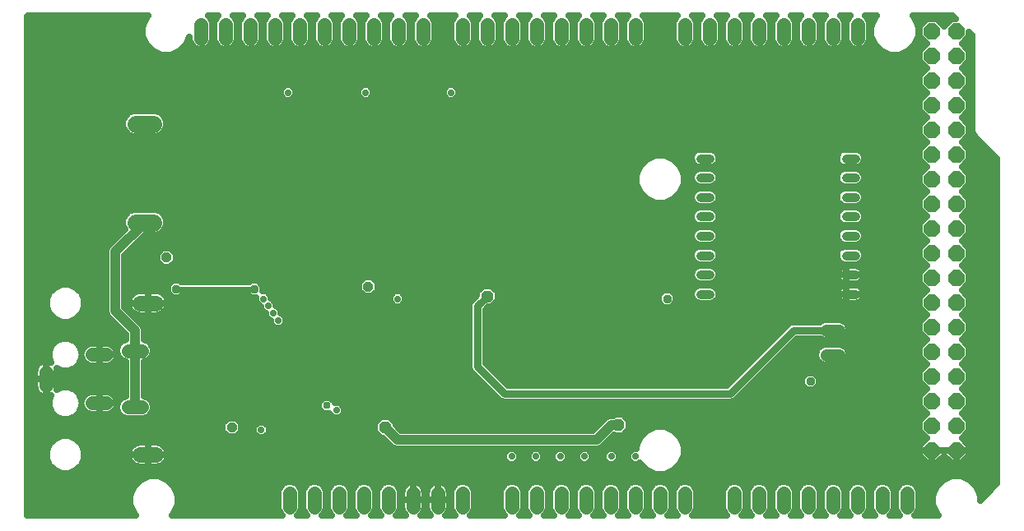
<source format=gbl>
G75*
%MOIN*%
%OFA0B0*%
%FSLAX25Y25*%
%IPPOS*%
%LPD*%
%AMOC8*
5,1,8,0,0,1.08239X$1,22.5*
%
%ADD10C,0.05600*%
%ADD11OC8,0.06600*%
%ADD12C,0.07000*%
%ADD13C,0.03756*%
%ADD14C,0.05512*%
%ADD15C,0.06299*%
%ADD16C,0.04937*%
%ADD17OC8,0.03362*%
%ADD18C,0.02500*%
%ADD19OC8,0.02575*%
%ADD20OC8,0.04937*%
%ADD21C,0.03937*%
%ADD22OC8,0.02969*%
%ADD23OC8,0.04150*%
%ADD24C,0.02362*%
%ADD25C,0.03150*%
D10*
X0149170Y0032860D02*
X0149170Y0038460D01*
X0159170Y0038460D02*
X0159170Y0032860D01*
X0169170Y0032860D02*
X0169170Y0038460D01*
X0179170Y0038460D02*
X0179170Y0032860D01*
X0189170Y0032860D02*
X0189170Y0038460D01*
X0199170Y0038460D02*
X0199170Y0032860D01*
X0209170Y0032860D02*
X0209170Y0038460D01*
X0219170Y0038460D02*
X0219170Y0032860D01*
X0239170Y0032860D02*
X0239170Y0038460D01*
X0249170Y0038460D02*
X0249170Y0032860D01*
X0259170Y0032860D02*
X0259170Y0038460D01*
X0269170Y0038460D02*
X0269170Y0032860D01*
X0279170Y0032860D02*
X0279170Y0038460D01*
X0289170Y0038460D02*
X0289170Y0032860D01*
X0299170Y0032860D02*
X0299170Y0038460D01*
X0309170Y0038460D02*
X0309170Y0032860D01*
X0329170Y0032860D02*
X0329170Y0038460D01*
X0339170Y0038460D02*
X0339170Y0032860D01*
X0349170Y0032860D02*
X0349170Y0038460D01*
X0359170Y0038460D02*
X0359170Y0032860D01*
X0369170Y0032860D02*
X0369170Y0038460D01*
X0379170Y0038460D02*
X0379170Y0032860D01*
X0389170Y0032860D02*
X0389170Y0038460D01*
X0399170Y0038460D02*
X0399170Y0032860D01*
X0379170Y0222860D02*
X0379170Y0228460D01*
X0369170Y0228460D02*
X0369170Y0222860D01*
X0359170Y0222860D02*
X0359170Y0228460D01*
X0349170Y0228460D02*
X0349170Y0222860D01*
X0339170Y0222860D02*
X0339170Y0228460D01*
X0329170Y0228460D02*
X0329170Y0222860D01*
X0319170Y0222860D02*
X0319170Y0228460D01*
X0309170Y0228460D02*
X0309170Y0222860D01*
X0289170Y0222860D02*
X0289170Y0228460D01*
X0279170Y0228460D02*
X0279170Y0222860D01*
X0269170Y0222860D02*
X0269170Y0228460D01*
X0259170Y0228460D02*
X0259170Y0222860D01*
X0249170Y0222860D02*
X0249170Y0228460D01*
X0239170Y0228460D02*
X0239170Y0222860D01*
X0229170Y0222860D02*
X0229170Y0228460D01*
X0219170Y0228460D02*
X0219170Y0222860D01*
X0203170Y0222860D02*
X0203170Y0228460D01*
X0193170Y0228460D02*
X0193170Y0222860D01*
X0183170Y0222860D02*
X0183170Y0228460D01*
X0173170Y0228460D02*
X0173170Y0222860D01*
X0163170Y0222860D02*
X0163170Y0228460D01*
X0153170Y0228460D02*
X0153170Y0222860D01*
X0143170Y0222860D02*
X0143170Y0228460D01*
X0133170Y0228460D02*
X0133170Y0222860D01*
X0123170Y0222860D02*
X0123170Y0228460D01*
X0113170Y0228460D02*
X0113170Y0222860D01*
D11*
X0409170Y0225660D03*
X0419170Y0225660D03*
X0419170Y0215660D03*
X0409170Y0215660D03*
X0409170Y0205660D03*
X0419170Y0205660D03*
X0419170Y0195660D03*
X0409170Y0195660D03*
X0409170Y0185660D03*
X0419170Y0185660D03*
X0419170Y0175660D03*
X0409170Y0175660D03*
X0409170Y0165660D03*
X0419170Y0165660D03*
X0419170Y0155660D03*
X0409170Y0155660D03*
X0409170Y0145660D03*
X0419170Y0145660D03*
X0419170Y0135660D03*
X0409170Y0135660D03*
X0409170Y0125660D03*
X0419170Y0125660D03*
X0419170Y0115660D03*
X0409170Y0115660D03*
X0409170Y0105660D03*
X0419170Y0105660D03*
X0419170Y0095660D03*
X0409170Y0095660D03*
X0409170Y0085660D03*
X0419170Y0085660D03*
X0419170Y0075660D03*
X0409170Y0075660D03*
X0409170Y0065660D03*
X0419170Y0065660D03*
X0419170Y0055660D03*
X0409170Y0055660D03*
D12*
X0093851Y0148179D02*
X0086851Y0148179D01*
X0086851Y0188179D02*
X0093851Y0188179D01*
D13*
X0315461Y0174194D02*
X0319217Y0174194D01*
X0319217Y0166320D02*
X0315461Y0166320D01*
X0315461Y0158446D02*
X0319217Y0158446D01*
X0319217Y0150572D02*
X0315461Y0150572D01*
X0315461Y0142698D02*
X0319217Y0142698D01*
X0319217Y0134824D02*
X0315461Y0134824D01*
X0315461Y0126950D02*
X0319217Y0126950D01*
X0319217Y0119076D02*
X0315461Y0119076D01*
X0374335Y0119076D02*
X0378091Y0119076D01*
X0378091Y0126950D02*
X0374335Y0126950D01*
X0374335Y0134824D02*
X0378091Y0134824D01*
X0378091Y0142698D02*
X0374335Y0142698D01*
X0374335Y0150572D02*
X0378091Y0150572D01*
X0378091Y0158446D02*
X0374335Y0158446D01*
X0374335Y0166320D02*
X0378091Y0166320D01*
X0378091Y0174194D02*
X0374335Y0174194D01*
D14*
X0089170Y0096132D02*
X0083658Y0096132D01*
X0074800Y0094557D02*
X0069288Y0094557D01*
X0050390Y0087471D02*
X0050390Y0081959D01*
X0069288Y0074872D02*
X0074800Y0074872D01*
X0083658Y0073297D02*
X0089170Y0073297D01*
D15*
X0088579Y0054006D02*
X0094879Y0054006D01*
X0094879Y0115423D02*
X0088579Y0115423D01*
D16*
X0366426Y0104478D02*
X0371363Y0104478D01*
X0371363Y0094478D02*
X0366426Y0094478D01*
D17*
X0377753Y0086683D03*
X0377753Y0076841D03*
X0360036Y0083730D03*
X0347241Y0085699D03*
X0320666Y0105384D03*
X0301965Y0117195D03*
X0286217Y0107352D03*
X0292123Y0129006D03*
X0235036Y0103415D03*
X0285233Y0084715D03*
X0284249Y0071919D03*
X0311808Y0060108D03*
X0319682Y0036486D03*
X0359052Y0057156D03*
X0408264Y0040423D03*
X0365942Y0122116D03*
X0364957Y0126053D03*
X0240942Y0174282D03*
X0219288Y0178219D03*
X0187792Y0175266D03*
X0167123Y0178219D03*
X0136611Y0175266D03*
X0114957Y0176250D03*
X0125784Y0201841D03*
X0098225Y0211683D03*
X0075587Y0227431D03*
X0064760Y0213652D03*
X0050981Y0213652D03*
X0063776Y0169360D03*
X0087398Y0132943D03*
X0103146Y0121132D03*
X0134642Y0121132D03*
X0151375Y0125069D03*
X0145469Y0103415D03*
X0111020Y0096526D03*
X0111020Y0059124D03*
X0139564Y0035502D03*
X0228146Y0035502D03*
X0270469Y0199872D03*
X0299012Y0225463D03*
X0211414Y0225463D03*
X0160233Y0200856D03*
D18*
X0042924Y0029560D02*
X0042951Y0029493D01*
X0043003Y0029441D01*
X0043070Y0029413D01*
X0043107Y0029410D01*
X0086915Y0029410D01*
X0086075Y0030250D01*
X0084621Y0033760D01*
X0084621Y0037559D01*
X0086075Y0041069D01*
X0088761Y0043755D01*
X0092270Y0045209D01*
X0096069Y0045209D01*
X0099579Y0043755D01*
X0102265Y0041069D01*
X0103719Y0037559D01*
X0103719Y0033760D01*
X0102265Y0030250D01*
X0101425Y0029410D01*
X0146185Y0029410D01*
X0145313Y0030282D01*
X0144620Y0031954D01*
X0144620Y0039365D01*
X0145313Y0041037D01*
X0146593Y0042317D01*
X0148265Y0043010D01*
X0150075Y0043010D01*
X0151747Y0042317D01*
X0153027Y0041037D01*
X0153720Y0039365D01*
X0153720Y0031954D01*
X0153027Y0030282D01*
X0152155Y0029410D01*
X0156185Y0029410D01*
X0155313Y0030282D01*
X0154620Y0031954D01*
X0154620Y0039365D01*
X0155313Y0041037D01*
X0156593Y0042317D01*
X0158265Y0043010D01*
X0160075Y0043010D01*
X0161747Y0042317D01*
X0163027Y0041037D01*
X0163720Y0039365D01*
X0163720Y0031954D01*
X0163027Y0030282D01*
X0162155Y0029410D01*
X0166185Y0029410D01*
X0165313Y0030282D01*
X0164620Y0031954D01*
X0164620Y0039365D01*
X0165313Y0041037D01*
X0166593Y0042317D01*
X0168265Y0043010D01*
X0170075Y0043010D01*
X0171747Y0042317D01*
X0173027Y0041037D01*
X0173720Y0039365D01*
X0173720Y0031954D01*
X0173027Y0030282D01*
X0172155Y0029410D01*
X0176185Y0029410D01*
X0175313Y0030282D01*
X0174620Y0031954D01*
X0174620Y0039365D01*
X0175313Y0041037D01*
X0176593Y0042317D01*
X0178265Y0043010D01*
X0180075Y0043010D01*
X0181747Y0042317D01*
X0183027Y0041037D01*
X0183720Y0039365D01*
X0183720Y0031954D01*
X0183027Y0030282D01*
X0182155Y0029410D01*
X0186185Y0029410D01*
X0185313Y0030282D01*
X0184620Y0031954D01*
X0184620Y0039365D01*
X0185313Y0041037D01*
X0186593Y0042317D01*
X0188265Y0043010D01*
X0190075Y0043010D01*
X0191747Y0042317D01*
X0193027Y0041037D01*
X0193720Y0039365D01*
X0193720Y0031954D01*
X0193027Y0030282D01*
X0192155Y0029410D01*
X0196185Y0029410D01*
X0195699Y0029895D01*
X0195278Y0030475D01*
X0194953Y0031113D01*
X0194732Y0031794D01*
X0194620Y0032501D01*
X0194620Y0035659D01*
X0199170Y0035659D01*
X0199170Y0035660D01*
X0199170Y0035660D01*
X0199170Y0043009D01*
X0199528Y0043010D01*
X0200235Y0042897D01*
X0200917Y0042676D01*
X0201555Y0042351D01*
X0202134Y0041930D01*
X0202640Y0041424D01*
X0203061Y0040844D01*
X0203387Y0040206D01*
X0203608Y0039525D01*
X0203720Y0038818D01*
X0203720Y0035660D01*
X0199170Y0035660D01*
X0199170Y0043010D01*
X0198812Y0043010D01*
X0198104Y0042897D01*
X0197423Y0042676D01*
X0196785Y0042351D01*
X0196206Y0041930D01*
X0195699Y0041424D01*
X0195278Y0040844D01*
X0194953Y0040206D01*
X0194732Y0039525D01*
X0194620Y0038818D01*
X0194620Y0035660D01*
X0199170Y0035660D01*
X0199170Y0035659D01*
X0203720Y0035659D01*
X0203720Y0032501D01*
X0203608Y0031794D01*
X0203387Y0031113D01*
X0203061Y0030475D01*
X0202640Y0029895D01*
X0202155Y0029410D01*
X0206185Y0029410D01*
X0205699Y0029895D01*
X0205278Y0030475D01*
X0204953Y0031113D01*
X0204732Y0031794D01*
X0204620Y0032501D01*
X0204620Y0035659D01*
X0209170Y0035659D01*
X0209170Y0035660D01*
X0209170Y0035660D01*
X0209170Y0043009D01*
X0209528Y0043010D01*
X0210235Y0042897D01*
X0210917Y0042676D01*
X0211555Y0042351D01*
X0212134Y0041930D01*
X0212640Y0041424D01*
X0213061Y0040844D01*
X0213387Y0040206D01*
X0213608Y0039525D01*
X0213720Y0038818D01*
X0213720Y0035660D01*
X0209170Y0035660D01*
X0209170Y0043010D01*
X0208812Y0043010D01*
X0208104Y0042897D01*
X0207423Y0042676D01*
X0206785Y0042351D01*
X0206206Y0041930D01*
X0205699Y0041424D01*
X0205278Y0040844D01*
X0204953Y0040206D01*
X0204732Y0039525D01*
X0204620Y0038818D01*
X0204620Y0035660D01*
X0209170Y0035660D01*
X0209170Y0035659D01*
X0213720Y0035659D01*
X0213720Y0032501D01*
X0213608Y0031794D01*
X0213387Y0031113D01*
X0213061Y0030475D01*
X0212640Y0029895D01*
X0212155Y0029410D01*
X0216185Y0029410D01*
X0215313Y0030282D01*
X0214620Y0031954D01*
X0214620Y0039365D01*
X0215313Y0041037D01*
X0216593Y0042317D01*
X0218265Y0043010D01*
X0220075Y0043010D01*
X0221747Y0042317D01*
X0223027Y0041037D01*
X0223720Y0039365D01*
X0223720Y0031954D01*
X0223027Y0030282D01*
X0222155Y0029410D01*
X0236185Y0029410D01*
X0235313Y0030282D01*
X0234620Y0031954D01*
X0234620Y0039365D01*
X0235313Y0041037D01*
X0236593Y0042317D01*
X0238265Y0043010D01*
X0240075Y0043010D01*
X0241747Y0042317D01*
X0243027Y0041037D01*
X0243720Y0039365D01*
X0243720Y0031954D01*
X0243027Y0030282D01*
X0242155Y0029410D01*
X0246185Y0029410D01*
X0245313Y0030282D01*
X0244620Y0031954D01*
X0244620Y0039365D01*
X0245313Y0041037D01*
X0246593Y0042317D01*
X0248265Y0043010D01*
X0250075Y0043010D01*
X0251747Y0042317D01*
X0253027Y0041037D01*
X0253720Y0039365D01*
X0253720Y0031954D01*
X0253027Y0030282D01*
X0252155Y0029410D01*
X0256185Y0029410D01*
X0255313Y0030282D01*
X0254620Y0031954D01*
X0254620Y0039365D01*
X0255313Y0041037D01*
X0256593Y0042317D01*
X0258265Y0043010D01*
X0260075Y0043010D01*
X0261747Y0042317D01*
X0263027Y0041037D01*
X0263720Y0039365D01*
X0263720Y0031954D01*
X0263027Y0030282D01*
X0262155Y0029410D01*
X0266185Y0029410D01*
X0265313Y0030282D01*
X0264620Y0031954D01*
X0264620Y0039365D01*
X0265313Y0041037D01*
X0266593Y0042317D01*
X0268265Y0043010D01*
X0270075Y0043010D01*
X0271747Y0042317D01*
X0273027Y0041037D01*
X0273720Y0039365D01*
X0273720Y0031954D01*
X0273027Y0030282D01*
X0272155Y0029410D01*
X0276185Y0029410D01*
X0275313Y0030282D01*
X0274620Y0031954D01*
X0274620Y0039365D01*
X0275313Y0041037D01*
X0276593Y0042317D01*
X0278265Y0043010D01*
X0280075Y0043010D01*
X0281747Y0042317D01*
X0283027Y0041037D01*
X0283720Y0039365D01*
X0283720Y0031954D01*
X0283027Y0030282D01*
X0282155Y0029410D01*
X0286185Y0029410D01*
X0285313Y0030282D01*
X0284620Y0031954D01*
X0284620Y0039365D01*
X0285313Y0041037D01*
X0286593Y0042317D01*
X0288265Y0043010D01*
X0290075Y0043010D01*
X0291747Y0042317D01*
X0293027Y0041037D01*
X0293720Y0039365D01*
X0293720Y0031954D01*
X0293027Y0030282D01*
X0292155Y0029410D01*
X0296185Y0029410D01*
X0295313Y0030282D01*
X0294620Y0031954D01*
X0294620Y0039365D01*
X0295313Y0041037D01*
X0296593Y0042317D01*
X0298265Y0043010D01*
X0300075Y0043010D01*
X0301747Y0042317D01*
X0303027Y0041037D01*
X0303720Y0039365D01*
X0303720Y0031954D01*
X0303027Y0030282D01*
X0302155Y0029410D01*
X0306185Y0029410D01*
X0305313Y0030282D01*
X0304620Y0031954D01*
X0304620Y0039365D01*
X0305313Y0041037D01*
X0306593Y0042317D01*
X0308265Y0043010D01*
X0310075Y0043010D01*
X0311747Y0042317D01*
X0313027Y0041037D01*
X0313720Y0039365D01*
X0313720Y0031954D01*
X0313027Y0030282D01*
X0312155Y0029410D01*
X0326185Y0029410D01*
X0325313Y0030282D01*
X0324620Y0031954D01*
X0324620Y0039365D01*
X0325313Y0041037D01*
X0326593Y0042317D01*
X0328265Y0043010D01*
X0330075Y0043010D01*
X0331747Y0042317D01*
X0333027Y0041037D01*
X0333720Y0039365D01*
X0333720Y0031954D01*
X0333027Y0030282D01*
X0332155Y0029410D01*
X0336185Y0029410D01*
X0335313Y0030282D01*
X0334620Y0031954D01*
X0334620Y0039365D01*
X0335313Y0041037D01*
X0336593Y0042317D01*
X0338265Y0043010D01*
X0340075Y0043010D01*
X0341747Y0042317D01*
X0343027Y0041037D01*
X0343720Y0039365D01*
X0343720Y0031954D01*
X0343027Y0030282D01*
X0342155Y0029410D01*
X0346185Y0029410D01*
X0345313Y0030282D01*
X0344620Y0031954D01*
X0344620Y0039365D01*
X0345313Y0041037D01*
X0346593Y0042317D01*
X0348265Y0043010D01*
X0350075Y0043010D01*
X0351747Y0042317D01*
X0353027Y0041037D01*
X0353720Y0039365D01*
X0353720Y0031954D01*
X0353027Y0030282D01*
X0352155Y0029410D01*
X0356185Y0029410D01*
X0355313Y0030282D01*
X0354620Y0031954D01*
X0354620Y0039365D01*
X0355313Y0041037D01*
X0356593Y0042317D01*
X0358265Y0043010D01*
X0360075Y0043010D01*
X0361747Y0042317D01*
X0363027Y0041037D01*
X0363720Y0039365D01*
X0363720Y0031954D01*
X0363027Y0030282D01*
X0362155Y0029410D01*
X0366185Y0029410D01*
X0365313Y0030282D01*
X0364620Y0031954D01*
X0364620Y0039365D01*
X0365313Y0041037D01*
X0366593Y0042317D01*
X0368265Y0043010D01*
X0370075Y0043010D01*
X0371747Y0042317D01*
X0373027Y0041037D01*
X0373720Y0039365D01*
X0373720Y0031954D01*
X0373027Y0030282D01*
X0372155Y0029410D01*
X0376185Y0029410D01*
X0375313Y0030282D01*
X0374620Y0031954D01*
X0374620Y0039365D01*
X0375313Y0041037D01*
X0376593Y0042317D01*
X0378265Y0043010D01*
X0380075Y0043010D01*
X0381747Y0042317D01*
X0383027Y0041037D01*
X0383720Y0039365D01*
X0383720Y0031954D01*
X0383027Y0030282D01*
X0382155Y0029410D01*
X0386185Y0029410D01*
X0385313Y0030282D01*
X0384620Y0031954D01*
X0384620Y0039365D01*
X0385313Y0041037D01*
X0386593Y0042317D01*
X0388265Y0043010D01*
X0390075Y0043010D01*
X0391747Y0042317D01*
X0393027Y0041037D01*
X0393720Y0039365D01*
X0393720Y0031954D01*
X0393027Y0030282D01*
X0392155Y0029410D01*
X0396185Y0029410D01*
X0395313Y0030282D01*
X0394620Y0031954D01*
X0394620Y0039365D01*
X0395313Y0041037D01*
X0396593Y0042317D01*
X0398265Y0043010D01*
X0400075Y0043010D01*
X0401747Y0042317D01*
X0403027Y0041037D01*
X0403720Y0039365D01*
X0403720Y0031954D01*
X0403027Y0030282D01*
X0402155Y0029410D01*
X0411915Y0029410D01*
X0411075Y0030250D01*
X0409621Y0033760D01*
X0409621Y0037559D01*
X0411075Y0041069D01*
X0413761Y0043755D01*
X0417270Y0045209D01*
X0421069Y0045209D01*
X0424579Y0043755D01*
X0427265Y0041069D01*
X0428719Y0037559D01*
X0428719Y0035512D01*
X0435420Y0042213D01*
X0435420Y0174106D01*
X0427046Y0182480D01*
X0427046Y0182480D01*
X0425991Y0183535D01*
X0425420Y0184914D01*
X0425420Y0224106D01*
X0424220Y0225306D01*
X0424220Y0223568D01*
X0421312Y0220660D01*
X0424220Y0217751D01*
X0424220Y0213568D01*
X0421312Y0210660D01*
X0424220Y0207751D01*
X0424220Y0203568D01*
X0421312Y0200660D01*
X0424220Y0197751D01*
X0424220Y0193568D01*
X0421312Y0190660D01*
X0424220Y0187751D01*
X0424220Y0183568D01*
X0421312Y0180660D01*
X0424220Y0177751D01*
X0424220Y0173568D01*
X0421312Y0170660D01*
X0424220Y0167751D01*
X0424220Y0163568D01*
X0421312Y0160660D01*
X0424220Y0157751D01*
X0424220Y0153568D01*
X0421312Y0150660D01*
X0424220Y0147751D01*
X0424220Y0143568D01*
X0421312Y0140660D01*
X0424220Y0137751D01*
X0424220Y0133568D01*
X0421312Y0130660D01*
X0424220Y0127751D01*
X0424220Y0123568D01*
X0421312Y0120660D01*
X0424220Y0117751D01*
X0424220Y0113568D01*
X0421312Y0110660D01*
X0424220Y0107751D01*
X0424220Y0103568D01*
X0421312Y0100660D01*
X0424220Y0097751D01*
X0424220Y0093568D01*
X0421312Y0090660D01*
X0424220Y0087751D01*
X0424220Y0083568D01*
X0421312Y0080660D01*
X0424220Y0077751D01*
X0424220Y0073568D01*
X0421312Y0070660D01*
X0424220Y0067751D01*
X0424220Y0063568D01*
X0421312Y0060660D01*
X0424220Y0057751D01*
X0424220Y0055660D01*
X0419170Y0055660D01*
X0419170Y0055659D01*
X0419170Y0050610D01*
X0421262Y0050610D01*
X0424220Y0053568D01*
X0424220Y0055659D01*
X0419170Y0055659D01*
X0419170Y0055659D01*
X0419170Y0050610D01*
X0417078Y0050610D01*
X0414170Y0053518D01*
X0411262Y0050610D01*
X0409170Y0050610D01*
X0409170Y0055659D01*
X0409170Y0055659D01*
X0409170Y0050610D01*
X0407078Y0050610D01*
X0404120Y0053568D01*
X0404120Y0055659D01*
X0409170Y0055659D01*
X0409170Y0055660D01*
X0419170Y0055660D01*
X0419170Y0055659D01*
X0414220Y0055659D01*
X0409170Y0055659D01*
X0409170Y0055660D01*
X0404120Y0055660D01*
X0404120Y0057751D01*
X0407028Y0060660D01*
X0404120Y0063568D01*
X0404120Y0067751D01*
X0407028Y0070660D01*
X0404120Y0073568D01*
X0404120Y0077751D01*
X0407028Y0080660D01*
X0404120Y0083568D01*
X0404120Y0087751D01*
X0407028Y0090660D01*
X0404120Y0093568D01*
X0404120Y0097751D01*
X0407028Y0100660D01*
X0404120Y0103568D01*
X0404120Y0107751D01*
X0407028Y0110660D01*
X0404120Y0113568D01*
X0404120Y0117751D01*
X0407028Y0120660D01*
X0404120Y0123568D01*
X0404120Y0127751D01*
X0407028Y0130660D01*
X0404120Y0133568D01*
X0404120Y0137751D01*
X0407028Y0140660D01*
X0404120Y0143568D01*
X0404120Y0147751D01*
X0407028Y0150660D01*
X0404120Y0153568D01*
X0404120Y0157751D01*
X0407028Y0160660D01*
X0404120Y0163568D01*
X0404120Y0167751D01*
X0407028Y0170660D01*
X0404120Y0173568D01*
X0404120Y0177751D01*
X0407028Y0180660D01*
X0404120Y0183568D01*
X0404120Y0187751D01*
X0407028Y0190660D01*
X0404120Y0193568D01*
X0404120Y0197751D01*
X0407028Y0200660D01*
X0404120Y0203568D01*
X0404120Y0207751D01*
X0407028Y0210660D01*
X0404120Y0213568D01*
X0404120Y0217751D01*
X0407028Y0220660D01*
X0404120Y0223568D01*
X0404120Y0227751D01*
X0407078Y0230710D01*
X0411262Y0230710D01*
X0414170Y0227801D01*
X0417078Y0230710D01*
X0418817Y0230710D01*
X0417617Y0231910D01*
X0401425Y0231910D01*
X0402265Y0231069D01*
X0403719Y0227559D01*
X0403719Y0223760D01*
X0402265Y0220250D01*
X0399579Y0217564D01*
X0396069Y0216110D01*
X0392270Y0216110D01*
X0388761Y0217564D01*
X0386075Y0220250D01*
X0384621Y0223760D01*
X0384621Y0227559D01*
X0386075Y0231069D01*
X0386915Y0231910D01*
X0382155Y0231910D01*
X0383027Y0231037D01*
X0383720Y0229365D01*
X0383720Y0221954D01*
X0383027Y0220282D01*
X0381747Y0219002D01*
X0380075Y0218310D01*
X0378265Y0218310D01*
X0376593Y0219002D01*
X0375313Y0220282D01*
X0374620Y0221954D01*
X0374620Y0229365D01*
X0375313Y0231037D01*
X0376185Y0231910D01*
X0372155Y0231910D01*
X0373027Y0231037D01*
X0373720Y0229365D01*
X0373720Y0221954D01*
X0373027Y0220282D01*
X0371747Y0219002D01*
X0370075Y0218310D01*
X0368265Y0218310D01*
X0366593Y0219002D01*
X0365313Y0220282D01*
X0364620Y0221954D01*
X0364620Y0229365D01*
X0365313Y0231037D01*
X0366185Y0231910D01*
X0362155Y0231910D01*
X0363027Y0231037D01*
X0363720Y0229365D01*
X0363720Y0221954D01*
X0363027Y0220282D01*
X0361747Y0219002D01*
X0360075Y0218310D01*
X0358265Y0218310D01*
X0356593Y0219002D01*
X0355313Y0220282D01*
X0354620Y0221954D01*
X0354620Y0229365D01*
X0355313Y0231037D01*
X0356185Y0231910D01*
X0352155Y0231910D01*
X0353027Y0231037D01*
X0353720Y0229365D01*
X0353720Y0221954D01*
X0353027Y0220282D01*
X0351747Y0219002D01*
X0350075Y0218310D01*
X0348265Y0218310D01*
X0346593Y0219002D01*
X0345313Y0220282D01*
X0344620Y0221954D01*
X0344620Y0229365D01*
X0345313Y0231037D01*
X0346185Y0231910D01*
X0342155Y0231910D01*
X0343027Y0231037D01*
X0343720Y0229365D01*
X0343720Y0221954D01*
X0343027Y0220282D01*
X0341747Y0219002D01*
X0340075Y0218310D01*
X0338265Y0218310D01*
X0336593Y0219002D01*
X0335313Y0220282D01*
X0334620Y0221954D01*
X0334620Y0229365D01*
X0335313Y0231037D01*
X0336185Y0231910D01*
X0332155Y0231910D01*
X0333027Y0231037D01*
X0333720Y0229365D01*
X0333720Y0221954D01*
X0333027Y0220282D01*
X0331747Y0219002D01*
X0330075Y0218310D01*
X0328265Y0218310D01*
X0326593Y0219002D01*
X0325313Y0220282D01*
X0324620Y0221954D01*
X0324620Y0229365D01*
X0325313Y0231037D01*
X0326185Y0231910D01*
X0322155Y0231910D01*
X0323027Y0231037D01*
X0323720Y0229365D01*
X0323720Y0221954D01*
X0323027Y0220282D01*
X0321747Y0219002D01*
X0320075Y0218310D01*
X0318265Y0218310D01*
X0316593Y0219002D01*
X0315313Y0220282D01*
X0314620Y0221954D01*
X0314620Y0229365D01*
X0315313Y0231037D01*
X0316185Y0231910D01*
X0312155Y0231910D01*
X0313027Y0231037D01*
X0313720Y0229365D01*
X0313720Y0221954D01*
X0313027Y0220282D01*
X0311747Y0219002D01*
X0310075Y0218310D01*
X0308265Y0218310D01*
X0306593Y0219002D01*
X0305313Y0220282D01*
X0304620Y0221954D01*
X0304620Y0229365D01*
X0305313Y0231037D01*
X0306185Y0231910D01*
X0292155Y0231910D01*
X0293027Y0231037D01*
X0293720Y0229365D01*
X0293720Y0221954D01*
X0293027Y0220282D01*
X0291747Y0219002D01*
X0290075Y0218310D01*
X0288265Y0218310D01*
X0286593Y0219002D01*
X0285313Y0220282D01*
X0284620Y0221954D01*
X0284620Y0229365D01*
X0285313Y0231037D01*
X0286185Y0231910D01*
X0282155Y0231910D01*
X0283027Y0231037D01*
X0283720Y0229365D01*
X0283720Y0221954D01*
X0283027Y0220282D01*
X0281747Y0219002D01*
X0280075Y0218310D01*
X0278265Y0218310D01*
X0276593Y0219002D01*
X0275313Y0220282D01*
X0274620Y0221954D01*
X0274620Y0229365D01*
X0275313Y0231037D01*
X0276185Y0231910D01*
X0272155Y0231910D01*
X0273027Y0231037D01*
X0273720Y0229365D01*
X0273720Y0221954D01*
X0273027Y0220282D01*
X0271747Y0219002D01*
X0270075Y0218310D01*
X0268265Y0218310D01*
X0266593Y0219002D01*
X0265313Y0220282D01*
X0264620Y0221954D01*
X0264620Y0229365D01*
X0265313Y0231037D01*
X0266185Y0231910D01*
X0262155Y0231910D01*
X0263027Y0231037D01*
X0263720Y0229365D01*
X0263720Y0221954D01*
X0263027Y0220282D01*
X0261747Y0219002D01*
X0260075Y0218310D01*
X0258265Y0218310D01*
X0256593Y0219002D01*
X0255313Y0220282D01*
X0254620Y0221954D01*
X0254620Y0229365D01*
X0255313Y0231037D01*
X0256185Y0231910D01*
X0252155Y0231910D01*
X0253027Y0231037D01*
X0253720Y0229365D01*
X0253720Y0221954D01*
X0253027Y0220282D01*
X0251747Y0219002D01*
X0250075Y0218310D01*
X0248265Y0218310D01*
X0246593Y0219002D01*
X0245313Y0220282D01*
X0244620Y0221954D01*
X0244620Y0229365D01*
X0245313Y0231037D01*
X0246185Y0231910D01*
X0242155Y0231910D01*
X0243027Y0231037D01*
X0243720Y0229365D01*
X0243720Y0221954D01*
X0243027Y0220282D01*
X0241747Y0219002D01*
X0240075Y0218310D01*
X0238265Y0218310D01*
X0236593Y0219002D01*
X0235313Y0220282D01*
X0234620Y0221954D01*
X0234620Y0229365D01*
X0235313Y0231037D01*
X0236185Y0231910D01*
X0232155Y0231910D01*
X0233027Y0231037D01*
X0233720Y0229365D01*
X0233720Y0221954D01*
X0233027Y0220282D01*
X0231747Y0219002D01*
X0230075Y0218310D01*
X0228265Y0218310D01*
X0226593Y0219002D01*
X0225313Y0220282D01*
X0224620Y0221954D01*
X0224620Y0229365D01*
X0225313Y0231037D01*
X0226185Y0231910D01*
X0222155Y0231910D01*
X0223027Y0231037D01*
X0223720Y0229365D01*
X0223720Y0221954D01*
X0223027Y0220282D01*
X0221747Y0219002D01*
X0220075Y0218310D01*
X0218265Y0218310D01*
X0216593Y0219002D01*
X0215313Y0220282D01*
X0214620Y0221954D01*
X0214620Y0229365D01*
X0215313Y0231037D01*
X0216185Y0231910D01*
X0206155Y0231910D01*
X0207027Y0231037D01*
X0207720Y0229365D01*
X0207720Y0221954D01*
X0207027Y0220282D01*
X0205747Y0219002D01*
X0204075Y0218310D01*
X0202265Y0218310D01*
X0200593Y0219002D01*
X0199313Y0220282D01*
X0198620Y0221954D01*
X0198620Y0229365D01*
X0199313Y0231037D01*
X0200185Y0231910D01*
X0196155Y0231910D01*
X0197027Y0231037D01*
X0197720Y0229365D01*
X0197720Y0221954D01*
X0197027Y0220282D01*
X0195747Y0219002D01*
X0194075Y0218310D01*
X0192265Y0218310D01*
X0190593Y0219002D01*
X0189313Y0220282D01*
X0188620Y0221954D01*
X0188620Y0229365D01*
X0189313Y0231037D01*
X0190185Y0231910D01*
X0186155Y0231910D01*
X0187027Y0231037D01*
X0187720Y0229365D01*
X0187720Y0221954D01*
X0187027Y0220282D01*
X0185747Y0219002D01*
X0184075Y0218310D01*
X0182265Y0218310D01*
X0180593Y0219002D01*
X0179313Y0220282D01*
X0178620Y0221954D01*
X0178620Y0229365D01*
X0179313Y0231037D01*
X0180185Y0231910D01*
X0176155Y0231910D01*
X0177027Y0231037D01*
X0177720Y0229365D01*
X0177720Y0221954D01*
X0177027Y0220282D01*
X0175747Y0219002D01*
X0174075Y0218310D01*
X0172265Y0218310D01*
X0170593Y0219002D01*
X0169313Y0220282D01*
X0168620Y0221954D01*
X0168620Y0229365D01*
X0169313Y0231037D01*
X0170185Y0231910D01*
X0166155Y0231910D01*
X0167027Y0231037D01*
X0167720Y0229365D01*
X0167720Y0221954D01*
X0167027Y0220282D01*
X0165747Y0219002D01*
X0164075Y0218310D01*
X0162265Y0218310D01*
X0160593Y0219002D01*
X0159313Y0220282D01*
X0158620Y0221954D01*
X0158620Y0229365D01*
X0159313Y0231037D01*
X0160185Y0231910D01*
X0156155Y0231910D01*
X0157027Y0231037D01*
X0157720Y0229365D01*
X0157720Y0221954D01*
X0157027Y0220282D01*
X0155747Y0219002D01*
X0154075Y0218310D01*
X0152265Y0218310D01*
X0150593Y0219002D01*
X0149313Y0220282D01*
X0148620Y0221954D01*
X0148620Y0229365D01*
X0149313Y0231037D01*
X0150185Y0231910D01*
X0146155Y0231910D01*
X0147027Y0231037D01*
X0147720Y0229365D01*
X0147720Y0221954D01*
X0147027Y0220282D01*
X0145747Y0219002D01*
X0144075Y0218310D01*
X0142265Y0218310D01*
X0140593Y0219002D01*
X0139313Y0220282D01*
X0138620Y0221954D01*
X0138620Y0229365D01*
X0139313Y0231037D01*
X0140185Y0231910D01*
X0136155Y0231910D01*
X0137027Y0231037D01*
X0137720Y0229365D01*
X0137720Y0221954D01*
X0137027Y0220282D01*
X0135747Y0219002D01*
X0134075Y0218310D01*
X0132265Y0218310D01*
X0130593Y0219002D01*
X0129313Y0220282D01*
X0128620Y0221954D01*
X0128620Y0229365D01*
X0129313Y0231037D01*
X0130185Y0231910D01*
X0126155Y0231910D01*
X0127027Y0231037D01*
X0127720Y0229365D01*
X0127720Y0221954D01*
X0127027Y0220282D01*
X0125747Y0219002D01*
X0124075Y0218310D01*
X0122265Y0218310D01*
X0120593Y0219002D01*
X0119313Y0220282D01*
X0118620Y0221954D01*
X0118620Y0229365D01*
X0119313Y0231037D01*
X0120185Y0231910D01*
X0116155Y0231910D01*
X0117027Y0231037D01*
X0117720Y0229365D01*
X0117720Y0221954D01*
X0117027Y0220282D01*
X0115747Y0219002D01*
X0114075Y0218310D01*
X0112265Y0218310D01*
X0110593Y0219002D01*
X0109313Y0220282D01*
X0108620Y0221954D01*
X0108620Y0223521D01*
X0107265Y0220250D01*
X0104579Y0217564D01*
X0101069Y0216110D01*
X0097270Y0216110D01*
X0093761Y0217564D01*
X0091075Y0220250D01*
X0089621Y0223760D01*
X0089621Y0227559D01*
X0091075Y0231069D01*
X0091915Y0231910D01*
X0043107Y0231910D01*
X0043070Y0231906D01*
X0043003Y0231878D01*
X0042951Y0231826D01*
X0042924Y0231759D01*
X0042920Y0231723D01*
X0042920Y0029597D01*
X0042924Y0029560D01*
X0042920Y0030657D02*
X0085906Y0030657D01*
X0084871Y0033155D02*
X0042920Y0033155D01*
X0042920Y0035654D02*
X0084621Y0035654D01*
X0084866Y0038152D02*
X0042920Y0038152D01*
X0042920Y0040651D02*
X0085901Y0040651D01*
X0088155Y0043149D02*
X0042920Y0043149D01*
X0042920Y0045648D02*
X0435420Y0045648D01*
X0435420Y0048146D02*
X0305161Y0048146D01*
X0304579Y0047564D02*
X0307265Y0050250D01*
X0308719Y0053760D01*
X0308719Y0057559D01*
X0307265Y0061069D01*
X0304579Y0063755D01*
X0301069Y0065209D01*
X0297270Y0065209D01*
X0293761Y0063755D01*
X0291075Y0061069D01*
X0289621Y0057559D01*
X0289621Y0056256D01*
X0287912Y0056256D01*
X0286133Y0054477D01*
X0286133Y0051960D01*
X0287912Y0050181D01*
X0290428Y0050181D01*
X0290905Y0050659D01*
X0291075Y0050250D01*
X0293761Y0047564D01*
X0297270Y0046110D01*
X0301069Y0046110D01*
X0304579Y0047564D01*
X0307429Y0050645D02*
X0407043Y0050645D01*
X0409170Y0050645D02*
X0409170Y0050645D01*
X0411297Y0050645D02*
X0417043Y0050645D01*
X0419170Y0050645D02*
X0419170Y0050645D01*
X0421297Y0050645D02*
X0435420Y0050645D01*
X0435420Y0053143D02*
X0423795Y0053143D01*
X0424220Y0055642D02*
X0435420Y0055642D01*
X0435420Y0058140D02*
X0423831Y0058140D01*
X0421333Y0060639D02*
X0435420Y0060639D01*
X0435420Y0063137D02*
X0423789Y0063137D01*
X0424220Y0065636D02*
X0435420Y0065636D01*
X0435420Y0068134D02*
X0423837Y0068134D01*
X0421338Y0070633D02*
X0435420Y0070633D01*
X0435420Y0073131D02*
X0423783Y0073131D01*
X0424220Y0075630D02*
X0435420Y0075630D01*
X0435420Y0078128D02*
X0423843Y0078128D01*
X0421344Y0080627D02*
X0435420Y0080627D01*
X0435420Y0083125D02*
X0423777Y0083125D01*
X0424220Y0085624D02*
X0435420Y0085624D01*
X0435420Y0088122D02*
X0423849Y0088122D01*
X0421350Y0090621D02*
X0435420Y0090621D01*
X0435420Y0093119D02*
X0423772Y0093119D01*
X0424220Y0095618D02*
X0435420Y0095618D01*
X0435420Y0098116D02*
X0423855Y0098116D01*
X0421356Y0100615D02*
X0435420Y0100615D01*
X0435420Y0103113D02*
X0423766Y0103113D01*
X0424220Y0105612D02*
X0435420Y0105612D01*
X0435420Y0108110D02*
X0423861Y0108110D01*
X0421362Y0110609D02*
X0435420Y0110609D01*
X0435420Y0113107D02*
X0423760Y0113107D01*
X0424220Y0115606D02*
X0435420Y0115606D01*
X0435420Y0118104D02*
X0423867Y0118104D01*
X0421368Y0120603D02*
X0435420Y0120603D01*
X0435420Y0123101D02*
X0423754Y0123101D01*
X0424220Y0125600D02*
X0435420Y0125600D01*
X0435420Y0128098D02*
X0423873Y0128098D01*
X0421374Y0130597D02*
X0435420Y0130597D01*
X0435420Y0133096D02*
X0423748Y0133096D01*
X0424220Y0135594D02*
X0435420Y0135594D01*
X0435420Y0138093D02*
X0423879Y0138093D01*
X0421380Y0140591D02*
X0435420Y0140591D01*
X0435420Y0143090D02*
X0423742Y0143090D01*
X0424220Y0145588D02*
X0435420Y0145588D01*
X0435420Y0148087D02*
X0423885Y0148087D01*
X0421386Y0150585D02*
X0435420Y0150585D01*
X0435420Y0153084D02*
X0423736Y0153084D01*
X0424220Y0155582D02*
X0435420Y0155582D01*
X0435420Y0158081D02*
X0423891Y0158081D01*
X0421392Y0160579D02*
X0435420Y0160579D01*
X0435420Y0163078D02*
X0423730Y0163078D01*
X0424220Y0165576D02*
X0435420Y0165576D01*
X0435420Y0168075D02*
X0423897Y0168075D01*
X0421398Y0170573D02*
X0435420Y0170573D01*
X0435420Y0173072D02*
X0423724Y0173072D01*
X0424220Y0175570D02*
X0433956Y0175570D01*
X0431457Y0178069D02*
X0423903Y0178069D01*
X0421404Y0180567D02*
X0428959Y0180567D01*
X0426460Y0183066D02*
X0423718Y0183066D01*
X0424220Y0185564D02*
X0425420Y0185564D01*
X0425420Y0188063D02*
X0423908Y0188063D01*
X0425420Y0190561D02*
X0421410Y0190561D01*
X0423712Y0193060D02*
X0425420Y0193060D01*
X0425420Y0195558D02*
X0424220Y0195558D01*
X0423914Y0198057D02*
X0425420Y0198057D01*
X0425420Y0200555D02*
X0421416Y0200555D01*
X0423706Y0203054D02*
X0425420Y0203054D01*
X0425420Y0205552D02*
X0424220Y0205552D01*
X0423920Y0208051D02*
X0425420Y0208051D01*
X0425420Y0210549D02*
X0421422Y0210549D01*
X0423700Y0213048D02*
X0425420Y0213048D01*
X0425420Y0215546D02*
X0424220Y0215546D01*
X0423926Y0218045D02*
X0425420Y0218045D01*
X0425420Y0220543D02*
X0421428Y0220543D01*
X0423694Y0223042D02*
X0425420Y0223042D01*
X0416906Y0230537D02*
X0411434Y0230537D01*
X0413932Y0228039D02*
X0414408Y0228039D01*
X0406906Y0230537D02*
X0402485Y0230537D01*
X0403520Y0228039D02*
X0404408Y0228039D01*
X0404120Y0225540D02*
X0403719Y0225540D01*
X0403422Y0223042D02*
X0404646Y0223042D01*
X0402387Y0220543D02*
X0406912Y0220543D01*
X0404414Y0218045D02*
X0400060Y0218045D01*
X0404120Y0215546D02*
X0042920Y0215546D01*
X0042920Y0213048D02*
X0404640Y0213048D01*
X0406918Y0210549D02*
X0042920Y0210549D01*
X0042920Y0208051D02*
X0404420Y0208051D01*
X0404120Y0205552D02*
X0042920Y0205552D01*
X0042920Y0203054D02*
X0146324Y0203054D01*
X0147164Y0203894D02*
X0145385Y0202114D01*
X0145385Y0199598D01*
X0147164Y0197819D01*
X0149680Y0197819D01*
X0151459Y0199598D01*
X0151459Y0202114D01*
X0149680Y0203894D01*
X0147164Y0203894D01*
X0150520Y0203054D02*
X0177820Y0203054D01*
X0178660Y0203894D02*
X0176881Y0202114D01*
X0176881Y0199598D01*
X0178660Y0197819D01*
X0181176Y0197819D01*
X0182955Y0199598D01*
X0182955Y0202114D01*
X0181176Y0203894D01*
X0178660Y0203894D01*
X0182016Y0203054D02*
X0212269Y0203054D01*
X0213109Y0203894D02*
X0211329Y0202114D01*
X0211329Y0199598D01*
X0213109Y0197819D01*
X0215625Y0197819D01*
X0217404Y0199598D01*
X0217404Y0202114D01*
X0215625Y0203894D01*
X0213109Y0203894D01*
X0216465Y0203054D02*
X0404634Y0203054D01*
X0406924Y0200555D02*
X0217404Y0200555D01*
X0215863Y0198057D02*
X0404425Y0198057D01*
X0404120Y0195558D02*
X0042920Y0195558D01*
X0042920Y0193060D02*
X0084915Y0193060D01*
X0085807Y0193429D02*
X0083877Y0192630D01*
X0082400Y0191153D01*
X0081601Y0189223D01*
X0081601Y0187135D01*
X0082400Y0185205D01*
X0083877Y0183728D01*
X0085807Y0182929D01*
X0094895Y0182929D01*
X0096825Y0183728D01*
X0098302Y0185205D01*
X0099101Y0187135D01*
X0099101Y0189223D01*
X0098302Y0191153D01*
X0096825Y0192630D01*
X0094895Y0193429D01*
X0085807Y0193429D01*
X0082155Y0190561D02*
X0042920Y0190561D01*
X0042920Y0188063D02*
X0081601Y0188063D01*
X0082252Y0185564D02*
X0042920Y0185564D01*
X0042920Y0183066D02*
X0085477Y0183066D01*
X0095225Y0183066D02*
X0404622Y0183066D01*
X0404120Y0185564D02*
X0098450Y0185564D01*
X0099101Y0188063D02*
X0404431Y0188063D01*
X0406930Y0190561D02*
X0098547Y0190561D01*
X0095787Y0193060D02*
X0404628Y0193060D01*
X0406936Y0180567D02*
X0042920Y0180567D01*
X0042920Y0178069D02*
X0404437Y0178069D01*
X0404120Y0175570D02*
X0381448Y0175570D01*
X0381719Y0174916D02*
X0381167Y0176249D01*
X0380146Y0177270D01*
X0378813Y0177822D01*
X0373614Y0177822D01*
X0372280Y0177270D01*
X0371260Y0176249D01*
X0370707Y0174916D01*
X0370707Y0173473D01*
X0371260Y0172139D01*
X0372280Y0171119D01*
X0373614Y0170566D01*
X0378813Y0170566D01*
X0380146Y0171119D01*
X0381167Y0172139D01*
X0381719Y0173473D01*
X0381719Y0174916D01*
X0381553Y0173072D02*
X0404616Y0173072D01*
X0406942Y0170573D02*
X0378830Y0170573D01*
X0378813Y0169948D02*
X0380146Y0169396D01*
X0381167Y0168375D01*
X0381719Y0167042D01*
X0381719Y0165598D01*
X0381167Y0164265D01*
X0380146Y0163245D01*
X0378813Y0162692D01*
X0373614Y0162692D01*
X0372280Y0163245D01*
X0371260Y0164265D01*
X0370707Y0165598D01*
X0370707Y0167042D01*
X0371260Y0168375D01*
X0372280Y0169396D01*
X0373614Y0169948D01*
X0378813Y0169948D01*
X0381291Y0168075D02*
X0404443Y0168075D01*
X0404120Y0165576D02*
X0381710Y0165576D01*
X0379743Y0163078D02*
X0404610Y0163078D01*
X0406948Y0160579D02*
X0381089Y0160579D01*
X0381167Y0160501D02*
X0380146Y0161522D01*
X0378813Y0162074D01*
X0373614Y0162074D01*
X0372280Y0161522D01*
X0371260Y0160501D01*
X0370707Y0159168D01*
X0370707Y0157724D01*
X0371260Y0156391D01*
X0372280Y0155371D01*
X0373614Y0154818D01*
X0378813Y0154818D01*
X0380146Y0155371D01*
X0381167Y0156391D01*
X0381719Y0157724D01*
X0381719Y0159168D01*
X0381167Y0160501D01*
X0381719Y0158081D02*
X0404449Y0158081D01*
X0404120Y0155582D02*
X0380358Y0155582D01*
X0380146Y0153648D02*
X0378813Y0154200D01*
X0373614Y0154200D01*
X0372280Y0153648D01*
X0371260Y0152627D01*
X0370707Y0151294D01*
X0370707Y0149850D01*
X0371260Y0148517D01*
X0372280Y0147496D01*
X0373614Y0146944D01*
X0378813Y0146944D01*
X0380146Y0147496D01*
X0381167Y0148517D01*
X0381719Y0149850D01*
X0381719Y0151294D01*
X0381167Y0152627D01*
X0380146Y0153648D01*
X0380710Y0153084D02*
X0404604Y0153084D01*
X0406954Y0150585D02*
X0381719Y0150585D01*
X0380736Y0148087D02*
X0404455Y0148087D01*
X0404120Y0145588D02*
X0380332Y0145588D01*
X0380146Y0145774D02*
X0378813Y0146326D01*
X0373614Y0146326D01*
X0372280Y0145774D01*
X0371260Y0144753D01*
X0370707Y0143420D01*
X0370707Y0141976D01*
X0371260Y0140643D01*
X0372280Y0139622D01*
X0373614Y0139070D01*
X0378813Y0139070D01*
X0380146Y0139622D01*
X0381167Y0140643D01*
X0381719Y0141976D01*
X0381719Y0143420D01*
X0381167Y0144753D01*
X0380146Y0145774D01*
X0381719Y0143090D02*
X0404598Y0143090D01*
X0406960Y0140591D02*
X0381115Y0140591D01*
X0380146Y0137900D02*
X0378813Y0138452D01*
X0373614Y0138452D01*
X0372280Y0137900D01*
X0371260Y0136879D01*
X0370707Y0135546D01*
X0370707Y0134102D01*
X0371260Y0132769D01*
X0372280Y0131748D01*
X0373614Y0131196D01*
X0378813Y0131196D01*
X0380146Y0131748D01*
X0381167Y0132769D01*
X0381719Y0134102D01*
X0381719Y0135546D01*
X0381167Y0136879D01*
X0380146Y0137900D01*
X0379681Y0138093D02*
X0404461Y0138093D01*
X0404120Y0135594D02*
X0381699Y0135594D01*
X0381302Y0133096D02*
X0404592Y0133096D01*
X0406966Y0130597D02*
X0101288Y0130597D01*
X0100794Y0130102D02*
X0103034Y0132343D01*
X0103034Y0135512D01*
X0100794Y0137752D01*
X0097625Y0137752D01*
X0095385Y0135512D01*
X0095385Y0132343D01*
X0097625Y0130102D01*
X0100794Y0130102D01*
X0097130Y0130597D02*
X0082259Y0130597D01*
X0082259Y0128098D02*
X0312010Y0128098D01*
X0311833Y0127672D02*
X0312386Y0129005D01*
X0313406Y0130026D01*
X0314740Y0130578D01*
X0319939Y0130578D01*
X0321272Y0130026D01*
X0322293Y0129005D01*
X0322845Y0127672D01*
X0322845Y0126228D01*
X0322293Y0124895D01*
X0321272Y0123874D01*
X0319939Y0123322D01*
X0314740Y0123322D01*
X0313406Y0123874D01*
X0312386Y0124895D01*
X0311833Y0126228D01*
X0311833Y0127672D01*
X0312094Y0125600D02*
X0182828Y0125600D01*
X0182487Y0125941D02*
X0179318Y0125941D01*
X0177077Y0123700D01*
X0177077Y0120532D01*
X0179318Y0118291D01*
X0182487Y0118291D01*
X0184727Y0120532D01*
X0184727Y0123700D01*
X0182487Y0125941D01*
X0178977Y0125600D02*
X0082259Y0125600D01*
X0082259Y0123101D02*
X0100264Y0123101D01*
X0099715Y0122553D02*
X0099715Y0119711D01*
X0101725Y0117701D01*
X0104568Y0117701D01*
X0105068Y0118201D01*
X0132721Y0118201D01*
X0133221Y0117701D01*
X0135542Y0117701D01*
X0135542Y0115937D01*
X0137321Y0114158D01*
X0137510Y0114158D01*
X0137510Y0112984D01*
X0139290Y0111205D01*
X0139479Y0111205D01*
X0139479Y0110031D01*
X0141258Y0108252D01*
X0141448Y0108252D01*
X0141448Y0107079D01*
X0143227Y0105299D01*
X0145743Y0105299D01*
X0147522Y0107079D01*
X0147522Y0109595D01*
X0145743Y0111374D01*
X0145554Y0111374D01*
X0145554Y0112548D01*
X0143775Y0114327D01*
X0143585Y0114327D01*
X0143585Y0115500D01*
X0141806Y0117280D01*
X0141617Y0117280D01*
X0141617Y0118453D01*
X0139838Y0120232D01*
X0138073Y0120232D01*
X0138073Y0122553D01*
X0136064Y0124563D01*
X0133221Y0124563D01*
X0132721Y0124063D01*
X0105068Y0124063D01*
X0104568Y0124563D01*
X0101725Y0124563D01*
X0099715Y0122553D01*
X0099715Y0120603D02*
X0082259Y0120603D01*
X0084842Y0118615D02*
X0084389Y0117991D01*
X0084039Y0117304D01*
X0083800Y0116571D01*
X0083680Y0115809D01*
X0083680Y0115423D01*
X0083680Y0115038D01*
X0083800Y0114276D01*
X0084039Y0113542D01*
X0084389Y0112855D01*
X0084842Y0112231D01*
X0085388Y0111686D01*
X0086011Y0111233D01*
X0086699Y0110883D01*
X0087432Y0110644D01*
X0088194Y0110524D01*
X0091729Y0110524D01*
X0095264Y0110524D01*
X0096026Y0110644D01*
X0096759Y0110883D01*
X0097447Y0111233D01*
X0098070Y0111686D01*
X0098616Y0112231D01*
X0099069Y0112855D01*
X0099419Y0113542D01*
X0099658Y0114276D01*
X0099778Y0115038D01*
X0099778Y0115423D01*
X0091729Y0115423D01*
X0091729Y0110524D01*
X0091729Y0115423D01*
X0091729Y0115423D01*
X0091729Y0115423D01*
X0083680Y0115423D01*
X0091729Y0115423D01*
X0091729Y0115423D01*
X0099778Y0115423D01*
X0099778Y0115809D01*
X0099658Y0116571D01*
X0099419Y0117304D01*
X0099069Y0117991D01*
X0098616Y0118615D01*
X0098070Y0119161D01*
X0097447Y0119614D01*
X0096759Y0119964D01*
X0096026Y0120202D01*
X0095264Y0120323D01*
X0091729Y0120323D01*
X0091729Y0115423D01*
X0091729Y0120323D01*
X0088194Y0120323D01*
X0087432Y0120202D01*
X0086699Y0119964D01*
X0086011Y0119614D01*
X0085388Y0119161D01*
X0084842Y0118615D01*
X0084471Y0118104D02*
X0082259Y0118104D01*
X0082259Y0115606D02*
X0083680Y0115606D01*
X0082259Y0113814D02*
X0082259Y0134828D01*
X0090360Y0142929D01*
X0094895Y0142929D01*
X0096825Y0143728D01*
X0098302Y0145205D01*
X0099101Y0147135D01*
X0099101Y0149223D01*
X0098302Y0151153D01*
X0096825Y0152630D01*
X0094895Y0153429D01*
X0085807Y0153429D01*
X0083877Y0152630D01*
X0082400Y0151153D01*
X0081601Y0149223D01*
X0081601Y0147135D01*
X0082318Y0145405D01*
X0075388Y0138475D01*
X0074822Y0137108D01*
X0074822Y0111534D01*
X0075388Y0110167D01*
X0076434Y0109121D01*
X0082696Y0102859D01*
X0082696Y0100610D01*
X0081106Y0099952D01*
X0079838Y0098684D01*
X0079152Y0097028D01*
X0079152Y0095743D01*
X0078976Y0096287D01*
X0078654Y0096919D01*
X0078237Y0097493D01*
X0077735Y0097994D01*
X0077161Y0098411D01*
X0076530Y0098733D01*
X0075855Y0098952D01*
X0075154Y0099063D01*
X0072044Y0099063D01*
X0072044Y0094557D01*
X0072044Y0090051D01*
X0075154Y0090051D01*
X0075855Y0090162D01*
X0076530Y0090381D01*
X0077161Y0090703D01*
X0077735Y0091120D01*
X0078237Y0091622D01*
X0078654Y0092196D01*
X0078976Y0092827D01*
X0079195Y0093502D01*
X0079306Y0094203D01*
X0079306Y0094557D01*
X0072044Y0094557D01*
X0072044Y0094557D01*
X0072044Y0094557D01*
X0072044Y0090051D01*
X0068933Y0090051D01*
X0068233Y0090162D01*
X0067558Y0090381D01*
X0066926Y0090703D01*
X0066353Y0091120D01*
X0065851Y0091622D01*
X0065434Y0092196D01*
X0065112Y0092827D01*
X0064893Y0093502D01*
X0064861Y0093705D01*
X0064861Y0093245D01*
X0063857Y0090821D01*
X0062001Y0088965D01*
X0059577Y0087961D01*
X0056952Y0087961D01*
X0054660Y0088910D01*
X0054785Y0088526D01*
X0054896Y0087825D01*
X0054896Y0084715D01*
X0050391Y0084715D01*
X0050391Y0084715D01*
X0050390Y0084715D02*
X0050390Y0084715D01*
X0050390Y0084715D01*
X0045884Y0084715D01*
X0045885Y0087825D01*
X0045995Y0088526D01*
X0046215Y0089200D01*
X0046537Y0089832D01*
X0046954Y0090406D01*
X0047455Y0090907D01*
X0048029Y0091324D01*
X0048661Y0091646D01*
X0049335Y0091865D01*
X0050036Y0091976D01*
X0050390Y0091976D01*
X0050390Y0084715D01*
X0045885Y0084715D01*
X0045885Y0081604D01*
X0045995Y0080904D01*
X0046215Y0080229D01*
X0046537Y0079597D01*
X0046954Y0079023D01*
X0047455Y0078522D01*
X0048029Y0078105D01*
X0048661Y0077783D01*
X0049335Y0077564D01*
X0050036Y0077453D01*
X0050390Y0077453D01*
X0050390Y0084715D01*
X0050390Y0091976D01*
X0050745Y0091976D01*
X0051446Y0091865D01*
X0052120Y0091646D01*
X0052386Y0091511D01*
X0051668Y0093245D01*
X0051668Y0095869D01*
X0052672Y0098294D01*
X0054528Y0100149D01*
X0056952Y0101154D01*
X0059577Y0101154D01*
X0062001Y0100149D01*
X0063857Y0098294D01*
X0064861Y0095869D01*
X0064861Y0095409D01*
X0064893Y0095612D01*
X0065112Y0096287D01*
X0065434Y0096919D01*
X0065851Y0097493D01*
X0066353Y0097994D01*
X0066926Y0098411D01*
X0067558Y0098733D01*
X0068233Y0098952D01*
X0068933Y0099063D01*
X0072044Y0099063D01*
X0072044Y0094557D01*
X0079306Y0094557D01*
X0079306Y0094865D01*
X0079838Y0093580D01*
X0081106Y0092312D01*
X0082696Y0091654D01*
X0082696Y0077776D01*
X0081106Y0077117D01*
X0079838Y0075850D01*
X0079306Y0074564D01*
X0079306Y0074872D01*
X0072044Y0074872D01*
X0072044Y0070366D01*
X0075154Y0070366D01*
X0075855Y0070477D01*
X0076530Y0070696D01*
X0077161Y0071018D01*
X0077735Y0071435D01*
X0078237Y0071937D01*
X0078654Y0072511D01*
X0078976Y0073142D01*
X0079152Y0073686D01*
X0079152Y0072401D01*
X0079838Y0070745D01*
X0081106Y0069477D01*
X0082762Y0068791D01*
X0090066Y0068791D01*
X0091722Y0069477D01*
X0092990Y0070745D01*
X0093676Y0072401D01*
X0093676Y0074194D01*
X0092990Y0075850D01*
X0091722Y0077117D01*
X0090133Y0077776D01*
X0090133Y0091654D01*
X0091722Y0092312D01*
X0092990Y0093580D01*
X0093676Y0095236D01*
X0093676Y0097028D01*
X0092990Y0098684D01*
X0091722Y0099952D01*
X0090133Y0100610D01*
X0090133Y0105139D01*
X0089566Y0106506D01*
X0082259Y0113814D01*
X0082965Y0113107D02*
X0084260Y0113107D01*
X0085464Y0110609D02*
X0087656Y0110609D01*
X0087962Y0108110D02*
X0141448Y0108110D01*
X0142914Y0105612D02*
X0089937Y0105612D01*
X0090133Y0103113D02*
X0221869Y0103113D01*
X0221869Y0100615D02*
X0090133Y0100615D01*
X0093225Y0098116D02*
X0221869Y0098116D01*
X0221869Y0095618D02*
X0093676Y0095618D01*
X0092530Y0093119D02*
X0221869Y0093119D01*
X0221869Y0090621D02*
X0090133Y0090621D01*
X0090133Y0088122D02*
X0222222Y0088122D01*
X0222375Y0087753D02*
X0233202Y0076926D01*
X0234137Y0075990D01*
X0235359Y0075484D01*
X0328217Y0075484D01*
X0329439Y0075990D01*
X0354602Y0101154D01*
X0363785Y0101154D01*
X0364036Y0100902D01*
X0365587Y0100260D01*
X0372202Y0100260D01*
X0373752Y0100902D01*
X0374939Y0102089D01*
X0375581Y0103639D01*
X0375581Y0105318D01*
X0374939Y0106868D01*
X0373752Y0108055D01*
X0372202Y0108697D01*
X0365587Y0108697D01*
X0364036Y0108055D01*
X0363785Y0107803D01*
X0352564Y0107803D01*
X0351342Y0107297D01*
X0350406Y0106362D01*
X0326179Y0082134D01*
X0237398Y0082134D01*
X0228518Y0091013D01*
X0228518Y0112865D01*
X0229614Y0113961D01*
X0230878Y0113961D01*
X0233349Y0116432D01*
X0233349Y0119927D01*
X0230878Y0122398D01*
X0227383Y0122398D01*
X0224912Y0119927D01*
X0224912Y0118663D01*
X0223310Y0117061D01*
X0222375Y0116126D01*
X0221869Y0114904D01*
X0221869Y0088975D01*
X0222375Y0087753D01*
X0224504Y0085624D02*
X0090133Y0085624D01*
X0090133Y0083125D02*
X0227002Y0083125D01*
X0229501Y0080627D02*
X0090133Y0080627D01*
X0090133Y0078128D02*
X0231999Y0078128D01*
X0235008Y0075630D02*
X0167002Y0075630D01*
X0167404Y0075228D02*
X0167404Y0074957D01*
X0169365Y0074957D01*
X0171144Y0073177D01*
X0171144Y0070661D01*
X0169365Y0068882D01*
X0166849Y0068882D01*
X0165077Y0070654D01*
X0162830Y0070654D01*
X0160936Y0072548D01*
X0160936Y0075228D01*
X0162830Y0077122D01*
X0165510Y0077122D01*
X0167404Y0075228D01*
X0171144Y0073131D02*
X0404556Y0073131D01*
X0404120Y0075630D02*
X0328568Y0075630D01*
X0331577Y0078128D02*
X0404497Y0078128D01*
X0406995Y0080627D02*
X0361785Y0080627D01*
X0361457Y0080299D02*
X0363467Y0082309D01*
X0363467Y0085152D01*
X0361457Y0087161D01*
X0358615Y0087161D01*
X0356605Y0085152D01*
X0356605Y0082309D01*
X0358615Y0080299D01*
X0361457Y0080299D01*
X0358287Y0080627D02*
X0334075Y0080627D01*
X0336574Y0083125D02*
X0356605Y0083125D01*
X0357077Y0085624D02*
X0339072Y0085624D01*
X0341571Y0088122D02*
X0404491Y0088122D01*
X0404120Y0085624D02*
X0362995Y0085624D01*
X0363467Y0083125D02*
X0404562Y0083125D01*
X0406989Y0090621D02*
X0373073Y0090621D01*
X0373752Y0090902D02*
X0374939Y0092089D01*
X0375581Y0093639D01*
X0375581Y0095318D01*
X0374939Y0096868D01*
X0373752Y0098055D01*
X0372202Y0098697D01*
X0365587Y0098697D01*
X0364036Y0098055D01*
X0362850Y0096868D01*
X0362207Y0095318D01*
X0362207Y0093639D01*
X0362850Y0092089D01*
X0364036Y0090902D01*
X0365587Y0090260D01*
X0372202Y0090260D01*
X0373752Y0090902D01*
X0375366Y0093119D02*
X0404568Y0093119D01*
X0404120Y0095618D02*
X0375457Y0095618D01*
X0373604Y0098116D02*
X0404485Y0098116D01*
X0406984Y0100615D02*
X0373059Y0100615D01*
X0375363Y0103113D02*
X0404574Y0103113D01*
X0404120Y0105612D02*
X0375459Y0105612D01*
X0373618Y0108110D02*
X0404479Y0108110D01*
X0406978Y0110609D02*
X0228518Y0110609D01*
X0228518Y0108110D02*
X0364171Y0108110D01*
X0364730Y0100615D02*
X0354063Y0100615D01*
X0351565Y0098116D02*
X0364185Y0098116D01*
X0362332Y0095618D02*
X0349066Y0095618D01*
X0346568Y0093119D02*
X0362423Y0093119D01*
X0364715Y0090621D02*
X0344069Y0090621D01*
X0337164Y0093119D02*
X0228518Y0093119D01*
X0228518Y0095618D02*
X0339663Y0095618D01*
X0342161Y0098116D02*
X0228518Y0098116D01*
X0228518Y0100615D02*
X0344660Y0100615D01*
X0347158Y0103113D02*
X0228518Y0103113D01*
X0228518Y0105612D02*
X0349657Y0105612D01*
X0371120Y0117358D02*
X0371517Y0116763D01*
X0372023Y0116258D01*
X0372617Y0115861D01*
X0373277Y0115588D01*
X0373978Y0115448D01*
X0374335Y0115448D01*
X0374335Y0119076D01*
X0370707Y0119076D01*
X0370707Y0118719D01*
X0370847Y0118018D01*
X0371120Y0117358D01*
X0370830Y0118104D02*
X0322742Y0118104D01*
X0322845Y0118354D02*
X0322845Y0119798D01*
X0322293Y0121131D01*
X0321272Y0122152D01*
X0319939Y0122704D01*
X0314740Y0122704D01*
X0313406Y0122152D01*
X0312386Y0121131D01*
X0311833Y0119798D01*
X0311833Y0118354D01*
X0312386Y0117021D01*
X0313406Y0116000D01*
X0314740Y0115448D01*
X0319939Y0115448D01*
X0321272Y0116000D01*
X0322293Y0117021D01*
X0322845Y0118354D01*
X0322512Y0120603D02*
X0371041Y0120603D01*
X0371120Y0120795D02*
X0370847Y0120134D01*
X0370707Y0119433D01*
X0370707Y0119076D01*
X0374335Y0119076D01*
X0374335Y0119076D01*
X0374335Y0119076D01*
X0374335Y0122704D01*
X0373978Y0122704D01*
X0373277Y0122565D01*
X0372617Y0122291D01*
X0372023Y0121894D01*
X0371517Y0121389D01*
X0371120Y0120795D01*
X0374335Y0120603D02*
X0374335Y0120603D01*
X0374335Y0119076D02*
X0374335Y0122704D01*
X0378449Y0122704D01*
X0379149Y0122565D01*
X0379810Y0122291D01*
X0380404Y0121894D01*
X0380909Y0121389D01*
X0381306Y0120795D01*
X0381580Y0120134D01*
X0381719Y0119433D01*
X0381719Y0119076D01*
X0374335Y0119076D01*
X0374335Y0119076D01*
X0374335Y0115448D01*
X0378449Y0115448D01*
X0379149Y0115588D01*
X0379810Y0115861D01*
X0380404Y0116258D01*
X0380909Y0116763D01*
X0381306Y0117358D01*
X0381580Y0118018D01*
X0381719Y0118719D01*
X0381719Y0119076D01*
X0374335Y0119076D01*
X0374335Y0119076D01*
X0374335Y0118104D02*
X0374335Y0118104D01*
X0374335Y0115606D02*
X0374335Y0115606D01*
X0373233Y0115606D02*
X0320320Y0115606D01*
X0314359Y0115606D02*
X0305228Y0115606D01*
X0305396Y0115774D02*
X0303386Y0113764D01*
X0300544Y0113764D01*
X0298534Y0115774D01*
X0298534Y0118616D01*
X0300544Y0120626D01*
X0303386Y0120626D01*
X0305396Y0118616D01*
X0305396Y0115774D01*
X0305396Y0118104D02*
X0311937Y0118104D01*
X0312167Y0120603D02*
X0303410Y0120603D01*
X0300521Y0120603D02*
X0232673Y0120603D01*
X0225588Y0120603D02*
X0184727Y0120603D01*
X0184727Y0123101D02*
X0404586Y0123101D01*
X0404120Y0125600D02*
X0381459Y0125600D01*
X0381580Y0125892D02*
X0381719Y0126593D01*
X0381719Y0126950D01*
X0374335Y0126950D01*
X0370707Y0126950D01*
X0370707Y0126593D01*
X0370847Y0125892D01*
X0371120Y0125232D01*
X0371517Y0124637D01*
X0372023Y0124132D01*
X0372617Y0123735D01*
X0373277Y0123462D01*
X0373978Y0123322D01*
X0374335Y0123322D01*
X0374335Y0126950D01*
X0374335Y0126950D01*
X0370707Y0126950D01*
X0370707Y0127307D01*
X0370847Y0128008D01*
X0371120Y0128669D01*
X0371517Y0129263D01*
X0372023Y0129768D01*
X0372617Y0130165D01*
X0373277Y0130439D01*
X0373978Y0130578D01*
X0374335Y0130578D01*
X0374335Y0126950D01*
X0374335Y0126950D01*
X0374335Y0126950D01*
X0374335Y0123322D01*
X0378449Y0123322D01*
X0379149Y0123462D01*
X0379810Y0123735D01*
X0380404Y0124132D01*
X0380909Y0124637D01*
X0381306Y0125232D01*
X0381580Y0125892D01*
X0381719Y0126950D02*
X0381719Y0127307D01*
X0381580Y0128008D01*
X0381306Y0128669D01*
X0380909Y0129263D01*
X0380404Y0129768D01*
X0379810Y0130165D01*
X0379149Y0130439D01*
X0378449Y0130578D01*
X0374335Y0130578D01*
X0374335Y0126950D01*
X0374335Y0126950D01*
X0381719Y0126950D01*
X0381542Y0128098D02*
X0404467Y0128098D01*
X0406972Y0120603D02*
X0381386Y0120603D01*
X0381597Y0118104D02*
X0404473Y0118104D01*
X0404120Y0115606D02*
X0379194Y0115606D01*
X0374335Y0125600D02*
X0374335Y0125600D01*
X0374335Y0128098D02*
X0374335Y0128098D01*
X0370884Y0128098D02*
X0322668Y0128098D01*
X0322585Y0125600D02*
X0370968Y0125600D01*
X0371124Y0133096D02*
X0322428Y0133096D01*
X0322293Y0132769D02*
X0322845Y0134102D01*
X0322845Y0135546D01*
X0322293Y0136879D01*
X0321272Y0137900D01*
X0319939Y0138452D01*
X0314740Y0138452D01*
X0313406Y0137900D01*
X0312386Y0136879D01*
X0311833Y0135546D01*
X0311833Y0134102D01*
X0312386Y0132769D01*
X0313406Y0131748D01*
X0314740Y0131196D01*
X0319939Y0131196D01*
X0321272Y0131748D01*
X0322293Y0132769D01*
X0322825Y0135594D02*
X0370727Y0135594D01*
X0372746Y0138093D02*
X0320807Y0138093D01*
X0319939Y0139070D02*
X0321272Y0139622D01*
X0322293Y0140643D01*
X0322845Y0141976D01*
X0322845Y0143420D01*
X0322293Y0144753D01*
X0321272Y0145774D01*
X0319939Y0146326D01*
X0314740Y0146326D01*
X0313406Y0145774D01*
X0312386Y0144753D01*
X0311833Y0143420D01*
X0311833Y0141976D01*
X0312386Y0140643D01*
X0313406Y0139622D01*
X0314740Y0139070D01*
X0319939Y0139070D01*
X0322241Y0140591D02*
X0371312Y0140591D01*
X0370707Y0143090D02*
X0322845Y0143090D01*
X0321458Y0145588D02*
X0372095Y0145588D01*
X0371690Y0148087D02*
X0321862Y0148087D01*
X0322293Y0148517D02*
X0322845Y0149850D01*
X0322845Y0151294D01*
X0322293Y0152627D01*
X0321272Y0153648D01*
X0319939Y0154200D01*
X0314740Y0154200D01*
X0313406Y0153648D01*
X0312386Y0152627D01*
X0311833Y0151294D01*
X0311833Y0149850D01*
X0312386Y0148517D01*
X0313406Y0147496D01*
X0314740Y0146944D01*
X0319939Y0146944D01*
X0321272Y0147496D01*
X0322293Y0148517D01*
X0322845Y0150585D02*
X0370707Y0150585D01*
X0371716Y0153084D02*
X0321836Y0153084D01*
X0321272Y0155371D02*
X0322293Y0156391D01*
X0322845Y0157724D01*
X0322845Y0159168D01*
X0322293Y0160501D01*
X0321272Y0161522D01*
X0319939Y0162074D01*
X0314740Y0162074D01*
X0313406Y0161522D01*
X0312386Y0160501D01*
X0311833Y0159168D01*
X0311833Y0157724D01*
X0312386Y0156391D01*
X0313406Y0155371D01*
X0314740Y0154818D01*
X0319939Y0154818D01*
X0321272Y0155371D01*
X0321484Y0155582D02*
X0372069Y0155582D01*
X0370707Y0158081D02*
X0322845Y0158081D01*
X0322215Y0160579D02*
X0371338Y0160579D01*
X0372683Y0163078D02*
X0320869Y0163078D01*
X0321272Y0163245D02*
X0322293Y0164265D01*
X0322845Y0165598D01*
X0322845Y0167042D01*
X0322293Y0168375D01*
X0321272Y0169396D01*
X0319939Y0169948D01*
X0314740Y0169948D01*
X0313406Y0169396D01*
X0312386Y0168375D01*
X0311833Y0167042D01*
X0311833Y0165598D01*
X0312386Y0164265D01*
X0313406Y0163245D01*
X0314740Y0162692D01*
X0319939Y0162692D01*
X0321272Y0163245D01*
X0322836Y0165576D02*
X0370717Y0165576D01*
X0371135Y0168075D02*
X0322417Y0168075D01*
X0321272Y0171119D02*
X0322293Y0172139D01*
X0322845Y0173473D01*
X0322845Y0174916D01*
X0322293Y0176249D01*
X0321272Y0177270D01*
X0319939Y0177822D01*
X0314740Y0177822D01*
X0313406Y0177270D01*
X0312386Y0176249D01*
X0311833Y0174916D01*
X0311833Y0173473D01*
X0312386Y0172139D01*
X0313406Y0171119D01*
X0314740Y0170566D01*
X0319939Y0170566D01*
X0321272Y0171119D01*
X0319956Y0170573D02*
X0373597Y0170573D01*
X0370873Y0173072D02*
X0322679Y0173072D01*
X0322574Y0175570D02*
X0370978Y0175570D01*
X0314723Y0170573D02*
X0307471Y0170573D01*
X0307265Y0171069D02*
X0304579Y0173755D01*
X0301069Y0175209D01*
X0297270Y0175209D01*
X0293761Y0173755D01*
X0291075Y0171069D01*
X0289621Y0167559D01*
X0289621Y0163760D01*
X0291075Y0160250D01*
X0293761Y0157564D01*
X0297270Y0156110D01*
X0301069Y0156110D01*
X0304579Y0157564D01*
X0307265Y0160250D01*
X0308719Y0163760D01*
X0308719Y0167559D01*
X0307265Y0171069D01*
X0305262Y0173072D02*
X0311999Y0173072D01*
X0312104Y0175570D02*
X0042920Y0175570D01*
X0042920Y0173072D02*
X0293077Y0173072D01*
X0290869Y0170573D02*
X0042920Y0170573D01*
X0042920Y0168075D02*
X0289834Y0168075D01*
X0289621Y0165576D02*
X0042920Y0165576D01*
X0042920Y0163078D02*
X0289903Y0163078D01*
X0290938Y0160579D02*
X0042920Y0160579D01*
X0042920Y0158081D02*
X0293244Y0158081D01*
X0305096Y0158081D02*
X0311833Y0158081D01*
X0312464Y0160579D02*
X0307402Y0160579D01*
X0308436Y0163078D02*
X0313809Y0163078D01*
X0311843Y0165576D02*
X0308719Y0165576D01*
X0308506Y0168075D02*
X0312261Y0168075D01*
X0313195Y0155582D02*
X0042920Y0155582D01*
X0042920Y0153084D02*
X0084972Y0153084D01*
X0082165Y0150585D02*
X0042920Y0150585D01*
X0042920Y0148087D02*
X0081601Y0148087D01*
X0082242Y0145588D02*
X0042920Y0145588D01*
X0042920Y0143090D02*
X0080003Y0143090D01*
X0077504Y0140591D02*
X0042920Y0140591D01*
X0042920Y0138093D02*
X0075229Y0138093D01*
X0074822Y0135594D02*
X0042920Y0135594D01*
X0042920Y0133096D02*
X0074822Y0133096D01*
X0074822Y0130597D02*
X0042920Y0130597D01*
X0042920Y0128098D02*
X0074822Y0128098D01*
X0074822Y0125600D02*
X0042920Y0125600D01*
X0042920Y0123101D02*
X0074822Y0123101D01*
X0074822Y0120603D02*
X0063805Y0120603D01*
X0064691Y0119717D02*
X0062559Y0121850D01*
X0059772Y0123004D01*
X0056757Y0123004D01*
X0053970Y0121850D01*
X0051838Y0119717D01*
X0050684Y0116931D01*
X0050684Y0113915D01*
X0051838Y0111129D01*
X0053970Y0108997D01*
X0056757Y0107843D01*
X0059772Y0107843D01*
X0062559Y0108997D01*
X0064691Y0111129D01*
X0065845Y0113915D01*
X0065845Y0116931D01*
X0064691Y0119717D01*
X0065359Y0118104D02*
X0074822Y0118104D01*
X0074822Y0115606D02*
X0065845Y0115606D01*
X0065510Y0113107D02*
X0074822Y0113107D01*
X0075205Y0110609D02*
X0064171Y0110609D01*
X0060419Y0108110D02*
X0077445Y0108110D01*
X0079943Y0105612D02*
X0042920Y0105612D01*
X0042920Y0108110D02*
X0056110Y0108110D01*
X0052358Y0110609D02*
X0042920Y0110609D01*
X0042920Y0113107D02*
X0051018Y0113107D01*
X0050684Y0115606D02*
X0042920Y0115606D01*
X0042920Y0118104D02*
X0051170Y0118104D01*
X0052723Y0120603D02*
X0042920Y0120603D01*
X0042920Y0103113D02*
X0082442Y0103113D01*
X0082696Y0100615D02*
X0060877Y0100615D01*
X0063930Y0098116D02*
X0066521Y0098116D01*
X0064895Y0095618D02*
X0064861Y0095618D01*
X0064809Y0093119D02*
X0065017Y0093119D01*
X0063657Y0090621D02*
X0067088Y0090621D01*
X0072044Y0090621D02*
X0072044Y0090621D01*
X0072044Y0093119D02*
X0072044Y0093119D01*
X0072044Y0094557D02*
X0072044Y0094557D01*
X0072044Y0095618D02*
X0072044Y0095618D01*
X0072044Y0098116D02*
X0072044Y0098116D01*
X0077567Y0098116D02*
X0079603Y0098116D01*
X0079070Y0093119D02*
X0080298Y0093119D01*
X0082696Y0090621D02*
X0076999Y0090621D01*
X0082696Y0088122D02*
X0059967Y0088122D01*
X0056562Y0088122D02*
X0054849Y0088122D01*
X0054896Y0085624D02*
X0082696Y0085624D01*
X0082696Y0083125D02*
X0054896Y0083125D01*
X0054896Y0081604D02*
X0054896Y0084715D01*
X0050391Y0084715D01*
X0050390Y0084715D02*
X0050390Y0077453D01*
X0050745Y0077453D01*
X0051446Y0077564D01*
X0052120Y0077783D01*
X0052386Y0077919D01*
X0051668Y0076184D01*
X0051668Y0073560D01*
X0052672Y0071136D01*
X0054528Y0069280D01*
X0056952Y0068276D01*
X0059577Y0068276D01*
X0062001Y0069280D01*
X0063857Y0071136D01*
X0064861Y0073560D01*
X0064861Y0074020D01*
X0064893Y0073817D01*
X0065112Y0073142D01*
X0065434Y0072511D01*
X0065851Y0071937D01*
X0066353Y0071435D01*
X0066926Y0071018D01*
X0067558Y0070696D01*
X0068233Y0070477D01*
X0068933Y0070366D01*
X0072044Y0070366D01*
X0072044Y0074872D01*
X0072044Y0074872D01*
X0072044Y0074872D01*
X0079306Y0074872D01*
X0079306Y0075227D01*
X0079195Y0075927D01*
X0078976Y0076602D01*
X0078654Y0077234D01*
X0078237Y0077808D01*
X0077735Y0078309D01*
X0077161Y0078726D01*
X0076530Y0079048D01*
X0075855Y0079267D01*
X0075154Y0079378D01*
X0072044Y0079378D01*
X0072044Y0074872D01*
X0072044Y0074872D01*
X0072044Y0079378D01*
X0068933Y0079378D01*
X0068233Y0079267D01*
X0067558Y0079048D01*
X0066926Y0078726D01*
X0066353Y0078309D01*
X0065851Y0077808D01*
X0065434Y0077234D01*
X0065112Y0076602D01*
X0064893Y0075927D01*
X0064861Y0075724D01*
X0064861Y0076184D01*
X0063857Y0078609D01*
X0062001Y0080464D01*
X0059577Y0081469D01*
X0056952Y0081469D01*
X0054660Y0080519D01*
X0054785Y0080904D01*
X0054896Y0081604D01*
X0054920Y0080627D02*
X0054695Y0080627D01*
X0050390Y0080627D02*
X0050390Y0080627D01*
X0050390Y0083125D02*
X0050390Y0083125D01*
X0050390Y0084715D02*
X0050390Y0084715D01*
X0050390Y0085624D02*
X0050390Y0085624D01*
X0050390Y0088122D02*
X0050390Y0088122D01*
X0050390Y0090621D02*
X0050390Y0090621D01*
X0051720Y0093119D02*
X0042920Y0093119D01*
X0042920Y0090621D02*
X0047168Y0090621D01*
X0045932Y0088122D02*
X0042920Y0088122D01*
X0042920Y0085624D02*
X0045885Y0085624D01*
X0045885Y0083125D02*
X0042920Y0083125D01*
X0042920Y0080627D02*
X0046085Y0080627D01*
X0047997Y0078128D02*
X0042920Y0078128D01*
X0042920Y0075630D02*
X0051668Y0075630D01*
X0051846Y0073131D02*
X0042920Y0073131D01*
X0042920Y0070633D02*
X0053175Y0070633D01*
X0063354Y0070633D02*
X0067754Y0070633D01*
X0065118Y0073131D02*
X0064683Y0073131D01*
X0064056Y0078128D02*
X0066172Y0078128D01*
X0061609Y0080627D02*
X0082696Y0080627D01*
X0082696Y0078128D02*
X0077916Y0078128D01*
X0079242Y0075630D02*
X0079747Y0075630D01*
X0079152Y0073131D02*
X0078970Y0073131D01*
X0079950Y0070633D02*
X0076334Y0070633D01*
X0072044Y0070633D02*
X0072044Y0070633D01*
X0072044Y0073131D02*
X0072044Y0073131D01*
X0072044Y0075630D02*
X0072044Y0075630D01*
X0072044Y0078128D02*
X0072044Y0078128D01*
X0093081Y0075630D02*
X0161338Y0075630D01*
X0160936Y0073131D02*
X0093676Y0073131D01*
X0092878Y0070633D02*
X0165098Y0070633D01*
X0171116Y0070633D02*
X0407001Y0070633D01*
X0404503Y0068134D02*
X0286126Y0068134D01*
X0286499Y0067761D02*
X0284028Y0070232D01*
X0280533Y0070232D01*
X0280033Y0069732D01*
X0278588Y0069732D01*
X0277221Y0069166D01*
X0276175Y0068120D01*
X0271882Y0063827D01*
X0194254Y0063827D01*
X0192010Y0066070D01*
X0192010Y0066777D01*
X0189539Y0069248D01*
X0186045Y0069248D01*
X0183573Y0066777D01*
X0183573Y0063282D01*
X0186045Y0060811D01*
X0186752Y0060811D01*
X0189561Y0058002D01*
X0190607Y0056956D01*
X0191974Y0056390D01*
X0274162Y0056390D01*
X0275528Y0056956D01*
X0280450Y0061878D01*
X0280533Y0061795D01*
X0284028Y0061795D01*
X0286499Y0064266D01*
X0286499Y0067761D01*
X0286499Y0065636D02*
X0404120Y0065636D01*
X0404550Y0063137D02*
X0305197Y0063137D01*
X0307443Y0060639D02*
X0407007Y0060639D01*
X0404509Y0058140D02*
X0308478Y0058140D01*
X0308719Y0055642D02*
X0404120Y0055642D01*
X0404545Y0053143D02*
X0308464Y0053143D01*
X0293179Y0048146D02*
X0063125Y0048146D01*
X0062559Y0047579D02*
X0064691Y0049712D01*
X0065845Y0052498D01*
X0065845Y0055514D01*
X0064691Y0058300D01*
X0062559Y0060433D01*
X0059772Y0061587D01*
X0056757Y0061587D01*
X0053970Y0060433D01*
X0051838Y0058300D01*
X0050684Y0055514D01*
X0050684Y0052498D01*
X0051838Y0049712D01*
X0053970Y0047579D01*
X0056757Y0046425D01*
X0059772Y0046425D01*
X0062559Y0047579D01*
X0065077Y0050645D02*
X0085012Y0050645D01*
X0084842Y0050814D02*
X0085388Y0050269D01*
X0086011Y0049815D01*
X0086699Y0049465D01*
X0087432Y0049227D01*
X0088194Y0049106D01*
X0091729Y0049106D01*
X0095264Y0049106D01*
X0096026Y0049227D01*
X0096759Y0049465D01*
X0097447Y0049815D01*
X0098070Y0050269D01*
X0098616Y0050814D01*
X0099069Y0051438D01*
X0099419Y0052125D01*
X0099658Y0052859D01*
X0099778Y0053620D01*
X0099778Y0054006D01*
X0099778Y0054392D01*
X0099658Y0055153D01*
X0099419Y0055887D01*
X0099069Y0056574D01*
X0098616Y0057198D01*
X0098070Y0057743D01*
X0097447Y0058196D01*
X0096759Y0058547D01*
X0096026Y0058785D01*
X0095264Y0058906D01*
X0091729Y0058906D01*
X0088194Y0058906D01*
X0087432Y0058785D01*
X0086699Y0058547D01*
X0086011Y0058196D01*
X0085388Y0057743D01*
X0084842Y0057198D01*
X0084389Y0056574D01*
X0084039Y0055887D01*
X0083800Y0055153D01*
X0083680Y0054392D01*
X0083680Y0054006D01*
X0083680Y0053620D01*
X0083800Y0052859D01*
X0084039Y0052125D01*
X0084389Y0051438D01*
X0084842Y0050814D01*
X0083755Y0053143D02*
X0065845Y0053143D01*
X0065792Y0055642D02*
X0083959Y0055642D01*
X0083680Y0054006D02*
X0091729Y0054006D01*
X0091729Y0054006D01*
X0091729Y0058906D01*
X0091729Y0054006D01*
X0099778Y0054006D01*
X0091729Y0054006D01*
X0091729Y0054006D01*
X0091729Y0054006D01*
X0091729Y0049106D01*
X0091729Y0054006D01*
X0091729Y0054006D01*
X0083680Y0054006D01*
X0085934Y0058140D02*
X0064757Y0058140D01*
X0062061Y0060639D02*
X0186924Y0060639D01*
X0189423Y0058140D02*
X0097524Y0058140D01*
X0099499Y0055642D02*
X0237101Y0055642D01*
X0237715Y0056256D02*
X0235936Y0054477D01*
X0235936Y0051960D01*
X0237715Y0050181D01*
X0240231Y0050181D01*
X0242010Y0051960D01*
X0242010Y0054477D01*
X0240231Y0056256D01*
X0237715Y0056256D01*
X0240846Y0055642D02*
X0246943Y0055642D01*
X0247557Y0056256D02*
X0245778Y0054477D01*
X0245778Y0051960D01*
X0247557Y0050181D01*
X0250074Y0050181D01*
X0251853Y0051960D01*
X0251853Y0054477D01*
X0250074Y0056256D01*
X0247557Y0056256D01*
X0250688Y0055642D02*
X0256786Y0055642D01*
X0257400Y0056256D02*
X0255621Y0054477D01*
X0255621Y0051960D01*
X0257400Y0050181D01*
X0259916Y0050181D01*
X0261696Y0051960D01*
X0261696Y0054477D01*
X0259916Y0056256D01*
X0257400Y0056256D01*
X0260531Y0055642D02*
X0266628Y0055642D01*
X0267243Y0056256D02*
X0265463Y0054477D01*
X0265463Y0051960D01*
X0267243Y0050181D01*
X0269759Y0050181D01*
X0271538Y0051960D01*
X0271538Y0054477D01*
X0269759Y0056256D01*
X0267243Y0056256D01*
X0270373Y0055642D02*
X0277455Y0055642D01*
X0278069Y0056256D02*
X0276290Y0054477D01*
X0276290Y0051960D01*
X0278069Y0050181D01*
X0280586Y0050181D01*
X0282365Y0051960D01*
X0282365Y0054477D01*
X0280586Y0056256D01*
X0278069Y0056256D01*
X0276712Y0058140D02*
X0289861Y0058140D01*
X0290896Y0060639D02*
X0279211Y0060639D01*
X0285369Y0063137D02*
X0293143Y0063137D01*
X0287298Y0055642D02*
X0281200Y0055642D01*
X0282365Y0053143D02*
X0286133Y0053143D01*
X0287448Y0050645D02*
X0281049Y0050645D01*
X0277606Y0050645D02*
X0270222Y0050645D01*
X0271538Y0053143D02*
X0276290Y0053143D01*
X0266779Y0050645D02*
X0260380Y0050645D01*
X0261696Y0053143D02*
X0265463Y0053143D01*
X0256937Y0050645D02*
X0250537Y0050645D01*
X0251853Y0053143D02*
X0255621Y0053143D01*
X0247094Y0050645D02*
X0240695Y0050645D01*
X0242010Y0053143D02*
X0245778Y0053143D01*
X0237252Y0050645D02*
X0098446Y0050645D01*
X0099703Y0053143D02*
X0235936Y0053143D01*
X0235153Y0040651D02*
X0223187Y0040651D01*
X0223720Y0038152D02*
X0234620Y0038152D01*
X0234620Y0035654D02*
X0223720Y0035654D01*
X0223720Y0033155D02*
X0234620Y0033155D01*
X0235158Y0030657D02*
X0223182Y0030657D01*
X0215158Y0030657D02*
X0213154Y0030657D01*
X0213720Y0033155D02*
X0214620Y0033155D01*
X0214620Y0035654D02*
X0213720Y0035654D01*
X0213720Y0038152D02*
X0214620Y0038152D01*
X0215153Y0040651D02*
X0213160Y0040651D01*
X0209170Y0040651D02*
X0209170Y0040651D01*
X0209170Y0038152D02*
X0209170Y0038152D01*
X0204620Y0038152D02*
X0203720Y0038152D01*
X0203720Y0035654D02*
X0204620Y0035654D01*
X0204620Y0033155D02*
X0203720Y0033155D01*
X0203154Y0030657D02*
X0205186Y0030657D01*
X0195186Y0030657D02*
X0193182Y0030657D01*
X0193720Y0033155D02*
X0194620Y0033155D01*
X0194620Y0035654D02*
X0193720Y0035654D01*
X0193720Y0038152D02*
X0194620Y0038152D01*
X0195180Y0040651D02*
X0193187Y0040651D01*
X0199170Y0040651D02*
X0199170Y0040651D01*
X0199170Y0038152D02*
X0199170Y0038152D01*
X0203160Y0040651D02*
X0205180Y0040651D01*
X0185153Y0040651D02*
X0183187Y0040651D01*
X0183720Y0038152D02*
X0184620Y0038152D01*
X0184620Y0035654D02*
X0183720Y0035654D01*
X0183720Y0033155D02*
X0184620Y0033155D01*
X0185158Y0030657D02*
X0183182Y0030657D01*
X0175158Y0030657D02*
X0173182Y0030657D01*
X0173720Y0033155D02*
X0174620Y0033155D01*
X0174620Y0035654D02*
X0173720Y0035654D01*
X0173720Y0038152D02*
X0174620Y0038152D01*
X0175153Y0040651D02*
X0173187Y0040651D01*
X0165153Y0040651D02*
X0163187Y0040651D01*
X0163720Y0038152D02*
X0164620Y0038152D01*
X0164620Y0035654D02*
X0163720Y0035654D01*
X0163720Y0033155D02*
X0164620Y0033155D01*
X0165158Y0030657D02*
X0163182Y0030657D01*
X0155158Y0030657D02*
X0153182Y0030657D01*
X0153720Y0033155D02*
X0154620Y0033155D01*
X0154620Y0035654D02*
X0153720Y0035654D01*
X0153720Y0038152D02*
X0154620Y0038152D01*
X0155153Y0040651D02*
X0153187Y0040651D01*
X0145153Y0040651D02*
X0102439Y0040651D01*
X0103473Y0038152D02*
X0144620Y0038152D01*
X0144620Y0035654D02*
X0103719Y0035654D01*
X0103469Y0033155D02*
X0144620Y0033155D01*
X0145158Y0030657D02*
X0102434Y0030657D01*
X0100185Y0043149D02*
X0413155Y0043149D01*
X0410901Y0040651D02*
X0403187Y0040651D01*
X0403720Y0038152D02*
X0409866Y0038152D01*
X0409621Y0035654D02*
X0403720Y0035654D01*
X0403720Y0033155D02*
X0409871Y0033155D01*
X0410906Y0030657D02*
X0403182Y0030657D01*
X0395158Y0030657D02*
X0393182Y0030657D01*
X0393720Y0033155D02*
X0394620Y0033155D01*
X0394620Y0035654D02*
X0393720Y0035654D01*
X0393720Y0038152D02*
X0394620Y0038152D01*
X0395153Y0040651D02*
X0393187Y0040651D01*
X0385153Y0040651D02*
X0383187Y0040651D01*
X0383720Y0038152D02*
X0384620Y0038152D01*
X0384620Y0035654D02*
X0383720Y0035654D01*
X0383720Y0033155D02*
X0384620Y0033155D01*
X0385158Y0030657D02*
X0383182Y0030657D01*
X0375158Y0030657D02*
X0373182Y0030657D01*
X0373720Y0033155D02*
X0374620Y0033155D01*
X0374620Y0035654D02*
X0373720Y0035654D01*
X0373720Y0038152D02*
X0374620Y0038152D01*
X0375153Y0040651D02*
X0373187Y0040651D01*
X0365153Y0040651D02*
X0363187Y0040651D01*
X0363720Y0038152D02*
X0364620Y0038152D01*
X0364620Y0035654D02*
X0363720Y0035654D01*
X0363720Y0033155D02*
X0364620Y0033155D01*
X0365158Y0030657D02*
X0363182Y0030657D01*
X0355158Y0030657D02*
X0353182Y0030657D01*
X0353720Y0033155D02*
X0354620Y0033155D01*
X0354620Y0035654D02*
X0353720Y0035654D01*
X0353720Y0038152D02*
X0354620Y0038152D01*
X0355153Y0040651D02*
X0353187Y0040651D01*
X0345153Y0040651D02*
X0343187Y0040651D01*
X0343720Y0038152D02*
X0344620Y0038152D01*
X0344620Y0035654D02*
X0343720Y0035654D01*
X0343720Y0033155D02*
X0344620Y0033155D01*
X0345158Y0030657D02*
X0343182Y0030657D01*
X0335158Y0030657D02*
X0333182Y0030657D01*
X0333720Y0033155D02*
X0334620Y0033155D01*
X0334620Y0035654D02*
X0333720Y0035654D01*
X0333720Y0038152D02*
X0334620Y0038152D01*
X0335153Y0040651D02*
X0333187Y0040651D01*
X0325153Y0040651D02*
X0313187Y0040651D01*
X0313720Y0038152D02*
X0324620Y0038152D01*
X0324620Y0035654D02*
X0313720Y0035654D01*
X0313720Y0033155D02*
X0324620Y0033155D01*
X0325158Y0030657D02*
X0313182Y0030657D01*
X0305158Y0030657D02*
X0303182Y0030657D01*
X0303720Y0033155D02*
X0304620Y0033155D01*
X0304620Y0035654D02*
X0303720Y0035654D01*
X0303720Y0038152D02*
X0304620Y0038152D01*
X0305153Y0040651D02*
X0303187Y0040651D01*
X0295153Y0040651D02*
X0293187Y0040651D01*
X0293720Y0038152D02*
X0294620Y0038152D01*
X0294620Y0035654D02*
X0293720Y0035654D01*
X0293720Y0033155D02*
X0294620Y0033155D01*
X0295158Y0030657D02*
X0293182Y0030657D01*
X0285158Y0030657D02*
X0283182Y0030657D01*
X0283720Y0033155D02*
X0284620Y0033155D01*
X0284620Y0035654D02*
X0283720Y0035654D01*
X0283720Y0038152D02*
X0284620Y0038152D01*
X0285153Y0040651D02*
X0283187Y0040651D01*
X0275153Y0040651D02*
X0273187Y0040651D01*
X0273720Y0038152D02*
X0274620Y0038152D01*
X0274620Y0035654D02*
X0273720Y0035654D01*
X0273720Y0033155D02*
X0274620Y0033155D01*
X0275158Y0030657D02*
X0273182Y0030657D01*
X0265158Y0030657D02*
X0263182Y0030657D01*
X0263720Y0033155D02*
X0264620Y0033155D01*
X0264620Y0035654D02*
X0263720Y0035654D01*
X0263720Y0038152D02*
X0264620Y0038152D01*
X0265153Y0040651D02*
X0263187Y0040651D01*
X0255153Y0040651D02*
X0253187Y0040651D01*
X0253720Y0038152D02*
X0254620Y0038152D01*
X0254620Y0035654D02*
X0253720Y0035654D01*
X0253720Y0033155D02*
X0254620Y0033155D01*
X0255158Y0030657D02*
X0253182Y0030657D01*
X0245158Y0030657D02*
X0243182Y0030657D01*
X0243720Y0033155D02*
X0244620Y0033155D01*
X0244620Y0035654D02*
X0243720Y0035654D01*
X0243720Y0038152D02*
X0244620Y0038152D01*
X0245153Y0040651D02*
X0243187Y0040651D01*
X0290892Y0050645D02*
X0290911Y0050645D01*
X0273691Y0065636D02*
X0192445Y0065636D01*
X0190653Y0068134D02*
X0276189Y0068134D01*
X0236406Y0083125D02*
X0327170Y0083125D01*
X0329668Y0085624D02*
X0233908Y0085624D01*
X0231409Y0088122D02*
X0332167Y0088122D01*
X0334665Y0090621D02*
X0228911Y0090621D01*
X0221869Y0105612D02*
X0146056Y0105612D01*
X0147522Y0108110D02*
X0221869Y0108110D01*
X0221869Y0110609D02*
X0146508Y0110609D01*
X0144994Y0113107D02*
X0221869Y0113107D01*
X0222160Y0115606D02*
X0195420Y0115606D01*
X0195751Y0115937D02*
X0193971Y0114158D01*
X0191455Y0114158D01*
X0189676Y0115937D01*
X0189676Y0118453D01*
X0191455Y0120232D01*
X0193971Y0120232D01*
X0195751Y0118453D01*
X0195751Y0115937D01*
X0195751Y0118104D02*
X0224354Y0118104D01*
X0228761Y0113107D02*
X0404580Y0113107D01*
X0313872Y0138093D02*
X0085523Y0138093D01*
X0088022Y0140591D02*
X0312438Y0140591D01*
X0311833Y0143090D02*
X0095282Y0143090D01*
X0098460Y0145588D02*
X0313221Y0145588D01*
X0312816Y0148087D02*
X0099101Y0148087D01*
X0098537Y0150585D02*
X0311833Y0150585D01*
X0312842Y0153084D02*
X0095730Y0153084D01*
X0095467Y0135594D02*
X0083025Y0135594D01*
X0082259Y0133096D02*
X0095385Y0133096D01*
X0103034Y0133096D02*
X0312250Y0133096D01*
X0311853Y0135594D02*
X0102952Y0135594D01*
X0101322Y0118104D02*
X0098987Y0118104D01*
X0099778Y0115606D02*
X0135873Y0115606D01*
X0137510Y0113107D02*
X0099198Y0113107D01*
X0095802Y0110609D02*
X0139479Y0110609D01*
X0143480Y0115606D02*
X0190007Y0115606D01*
X0189676Y0118104D02*
X0141617Y0118104D01*
X0138073Y0120603D02*
X0177077Y0120603D01*
X0177077Y0123101D02*
X0137525Y0123101D01*
X0132818Y0118104D02*
X0104971Y0118104D01*
X0091729Y0118104D02*
X0091729Y0118104D01*
X0091729Y0115606D02*
X0091729Y0115606D01*
X0091729Y0115423D02*
X0091729Y0115423D01*
X0091729Y0113107D02*
X0091729Y0113107D01*
X0091729Y0110609D02*
X0091729Y0110609D01*
X0055652Y0100615D02*
X0042920Y0100615D01*
X0042920Y0098116D02*
X0052599Y0098116D01*
X0051668Y0095618D02*
X0042920Y0095618D01*
X0050390Y0078128D02*
X0050390Y0078128D01*
X0042920Y0068134D02*
X0123480Y0068134D01*
X0124200Y0068854D02*
X0121959Y0066614D01*
X0121959Y0063445D01*
X0124200Y0061205D01*
X0127368Y0061205D01*
X0129609Y0063445D01*
X0129609Y0066614D01*
X0127368Y0068854D01*
X0124200Y0068854D01*
X0121959Y0065636D02*
X0042920Y0065636D01*
X0042920Y0063137D02*
X0122267Y0063137D01*
X0129301Y0063137D02*
X0134558Y0063137D01*
X0134558Y0062787D02*
X0136337Y0061008D01*
X0138853Y0061008D01*
X0140633Y0062787D01*
X0140633Y0065303D01*
X0138853Y0067083D01*
X0136337Y0067083D01*
X0134558Y0065303D01*
X0134558Y0062787D01*
X0134890Y0065636D02*
X0129609Y0065636D01*
X0128089Y0068134D02*
X0184931Y0068134D01*
X0183573Y0065636D02*
X0140300Y0065636D01*
X0140633Y0063137D02*
X0183719Y0063137D01*
X0232523Y0115606D02*
X0298702Y0115606D01*
X0298534Y0118104D02*
X0233349Y0118104D01*
X0091729Y0058140D02*
X0091729Y0058140D01*
X0091729Y0055642D02*
X0091729Y0055642D01*
X0091729Y0053143D02*
X0091729Y0053143D01*
X0091729Y0050645D02*
X0091729Y0050645D01*
X0053404Y0048146D02*
X0042920Y0048146D01*
X0042920Y0050645D02*
X0051451Y0050645D01*
X0050684Y0053143D02*
X0042920Y0053143D01*
X0042920Y0055642D02*
X0050737Y0055642D01*
X0051772Y0058140D02*
X0042920Y0058140D01*
X0042920Y0060639D02*
X0054468Y0060639D01*
X0042920Y0198057D02*
X0146926Y0198057D01*
X0145385Y0200555D02*
X0042920Y0200555D01*
X0042920Y0218045D02*
X0093280Y0218045D01*
X0090953Y0220543D02*
X0042920Y0220543D01*
X0042920Y0223042D02*
X0089918Y0223042D01*
X0089621Y0225540D02*
X0042920Y0225540D01*
X0042920Y0228039D02*
X0089820Y0228039D01*
X0090854Y0230537D02*
X0042920Y0230537D01*
X0105060Y0218045D02*
X0388280Y0218045D01*
X0385953Y0220543D02*
X0383135Y0220543D01*
X0383720Y0223042D02*
X0384918Y0223042D01*
X0384621Y0225540D02*
X0383720Y0225540D01*
X0383720Y0228039D02*
X0384820Y0228039D01*
X0385854Y0230537D02*
X0383234Y0230537D01*
X0375106Y0230537D02*
X0373234Y0230537D01*
X0373720Y0228039D02*
X0374620Y0228039D01*
X0374620Y0225540D02*
X0373720Y0225540D01*
X0373720Y0223042D02*
X0374620Y0223042D01*
X0375204Y0220543D02*
X0373135Y0220543D01*
X0365204Y0220543D02*
X0363135Y0220543D01*
X0363720Y0223042D02*
X0364620Y0223042D01*
X0364620Y0225540D02*
X0363720Y0225540D01*
X0363720Y0228039D02*
X0364620Y0228039D01*
X0365106Y0230537D02*
X0363234Y0230537D01*
X0355106Y0230537D02*
X0353234Y0230537D01*
X0353720Y0228039D02*
X0354620Y0228039D01*
X0354620Y0225540D02*
X0353720Y0225540D01*
X0353720Y0223042D02*
X0354620Y0223042D01*
X0355204Y0220543D02*
X0353135Y0220543D01*
X0345204Y0220543D02*
X0343135Y0220543D01*
X0343720Y0223042D02*
X0344620Y0223042D01*
X0344620Y0225540D02*
X0343720Y0225540D01*
X0343720Y0228039D02*
X0344620Y0228039D01*
X0345106Y0230537D02*
X0343234Y0230537D01*
X0335106Y0230537D02*
X0333234Y0230537D01*
X0333720Y0228039D02*
X0334620Y0228039D01*
X0334620Y0225540D02*
X0333720Y0225540D01*
X0333720Y0223042D02*
X0334620Y0223042D01*
X0335204Y0220543D02*
X0333135Y0220543D01*
X0325204Y0220543D02*
X0323135Y0220543D01*
X0323720Y0223042D02*
X0324620Y0223042D01*
X0324620Y0225540D02*
X0323720Y0225540D01*
X0323720Y0228039D02*
X0324620Y0228039D01*
X0325106Y0230537D02*
X0323234Y0230537D01*
X0315106Y0230537D02*
X0313234Y0230537D01*
X0313720Y0228039D02*
X0314620Y0228039D01*
X0314620Y0225540D02*
X0313720Y0225540D01*
X0313720Y0223042D02*
X0314620Y0223042D01*
X0315204Y0220543D02*
X0313135Y0220543D01*
X0305204Y0220543D02*
X0293135Y0220543D01*
X0293720Y0223042D02*
X0304620Y0223042D01*
X0304620Y0225540D02*
X0293720Y0225540D01*
X0293720Y0228039D02*
X0304620Y0228039D01*
X0305106Y0230537D02*
X0293234Y0230537D01*
X0285106Y0230537D02*
X0283234Y0230537D01*
X0283720Y0228039D02*
X0284620Y0228039D01*
X0284620Y0225540D02*
X0283720Y0225540D01*
X0283720Y0223042D02*
X0284620Y0223042D01*
X0285204Y0220543D02*
X0283135Y0220543D01*
X0275204Y0220543D02*
X0273135Y0220543D01*
X0273720Y0223042D02*
X0274620Y0223042D01*
X0274620Y0225540D02*
X0273720Y0225540D01*
X0273720Y0228039D02*
X0274620Y0228039D01*
X0275106Y0230537D02*
X0273234Y0230537D01*
X0265106Y0230537D02*
X0263234Y0230537D01*
X0263720Y0228039D02*
X0264620Y0228039D01*
X0264620Y0225540D02*
X0263720Y0225540D01*
X0263720Y0223042D02*
X0264620Y0223042D01*
X0265204Y0220543D02*
X0263135Y0220543D01*
X0255204Y0220543D02*
X0253135Y0220543D01*
X0253720Y0223042D02*
X0254620Y0223042D01*
X0254620Y0225540D02*
X0253720Y0225540D01*
X0253720Y0228039D02*
X0254620Y0228039D01*
X0255106Y0230537D02*
X0253234Y0230537D01*
X0245106Y0230537D02*
X0243234Y0230537D01*
X0243720Y0228039D02*
X0244620Y0228039D01*
X0244620Y0225540D02*
X0243720Y0225540D01*
X0243720Y0223042D02*
X0244620Y0223042D01*
X0245204Y0220543D02*
X0243135Y0220543D01*
X0235204Y0220543D02*
X0233135Y0220543D01*
X0233720Y0223042D02*
X0234620Y0223042D01*
X0234620Y0225540D02*
X0233720Y0225540D01*
X0233720Y0228039D02*
X0234620Y0228039D01*
X0235106Y0230537D02*
X0233234Y0230537D01*
X0225106Y0230537D02*
X0223234Y0230537D01*
X0223720Y0228039D02*
X0224620Y0228039D01*
X0224620Y0225540D02*
X0223720Y0225540D01*
X0223720Y0223042D02*
X0224620Y0223042D01*
X0225204Y0220543D02*
X0223135Y0220543D01*
X0215204Y0220543D02*
X0207135Y0220543D01*
X0207720Y0223042D02*
X0214620Y0223042D01*
X0214620Y0225540D02*
X0207720Y0225540D01*
X0207720Y0228039D02*
X0214620Y0228039D01*
X0215106Y0230537D02*
X0207234Y0230537D01*
X0199106Y0230537D02*
X0197234Y0230537D01*
X0197720Y0228039D02*
X0198620Y0228039D01*
X0198620Y0225540D02*
X0197720Y0225540D01*
X0197720Y0223042D02*
X0198620Y0223042D01*
X0199204Y0220543D02*
X0197135Y0220543D01*
X0189204Y0220543D02*
X0187135Y0220543D01*
X0187720Y0223042D02*
X0188620Y0223042D01*
X0188620Y0225540D02*
X0187720Y0225540D01*
X0187720Y0228039D02*
X0188620Y0228039D01*
X0189106Y0230537D02*
X0187234Y0230537D01*
X0179106Y0230537D02*
X0177234Y0230537D01*
X0177720Y0228039D02*
X0178620Y0228039D01*
X0178620Y0225540D02*
X0177720Y0225540D01*
X0177720Y0223042D02*
X0178620Y0223042D01*
X0179204Y0220543D02*
X0177135Y0220543D01*
X0169204Y0220543D02*
X0167135Y0220543D01*
X0167720Y0223042D02*
X0168620Y0223042D01*
X0168620Y0225540D02*
X0167720Y0225540D01*
X0167720Y0228039D02*
X0168620Y0228039D01*
X0169106Y0230537D02*
X0167234Y0230537D01*
X0159106Y0230537D02*
X0157234Y0230537D01*
X0157720Y0228039D02*
X0158620Y0228039D01*
X0158620Y0225540D02*
X0157720Y0225540D01*
X0157720Y0223042D02*
X0158620Y0223042D01*
X0159204Y0220543D02*
X0157135Y0220543D01*
X0149204Y0220543D02*
X0147135Y0220543D01*
X0147720Y0223042D02*
X0148620Y0223042D01*
X0148620Y0225540D02*
X0147720Y0225540D01*
X0147720Y0228039D02*
X0148620Y0228039D01*
X0149106Y0230537D02*
X0147234Y0230537D01*
X0139106Y0230537D02*
X0137234Y0230537D01*
X0137720Y0228039D02*
X0138620Y0228039D01*
X0138620Y0225540D02*
X0137720Y0225540D01*
X0137720Y0223042D02*
X0138620Y0223042D01*
X0139204Y0220543D02*
X0137135Y0220543D01*
X0129204Y0220543D02*
X0127135Y0220543D01*
X0127720Y0223042D02*
X0128620Y0223042D01*
X0128620Y0225540D02*
X0127720Y0225540D01*
X0127720Y0228039D02*
X0128620Y0228039D01*
X0129106Y0230537D02*
X0127234Y0230537D01*
X0119106Y0230537D02*
X0117234Y0230537D01*
X0117720Y0228039D02*
X0118620Y0228039D01*
X0118620Y0225540D02*
X0117720Y0225540D01*
X0117720Y0223042D02*
X0118620Y0223042D01*
X0119204Y0220543D02*
X0117135Y0220543D01*
X0109204Y0220543D02*
X0107387Y0220543D01*
X0108422Y0223042D02*
X0108620Y0223042D01*
X0149918Y0198057D02*
X0178422Y0198057D01*
X0176881Y0200555D02*
X0151459Y0200555D01*
X0181414Y0198057D02*
X0212871Y0198057D01*
X0211329Y0200555D02*
X0182955Y0200555D01*
X0409170Y0055642D02*
X0409170Y0055642D01*
X0409170Y0053143D02*
X0409170Y0053143D01*
X0413795Y0053143D02*
X0414545Y0053143D01*
X0419170Y0053143D02*
X0419170Y0053143D01*
X0419170Y0055642D02*
X0419170Y0055642D01*
X0425185Y0043149D02*
X0435420Y0043149D01*
X0433858Y0040651D02*
X0427439Y0040651D01*
X0428473Y0038152D02*
X0431359Y0038152D01*
X0428861Y0035654D02*
X0428719Y0035654D01*
D19*
X0289170Y0053219D03*
X0279327Y0053219D03*
X0268501Y0053219D03*
X0258658Y0053219D03*
X0248816Y0053219D03*
X0238973Y0053219D03*
X0168107Y0071919D03*
X0137595Y0064045D03*
X0144485Y0108337D03*
X0142516Y0111289D03*
X0140548Y0114242D03*
X0138579Y0117195D03*
X0192713Y0117195D03*
X0179918Y0200856D03*
X0148422Y0200856D03*
X0214367Y0200856D03*
D20*
X0229131Y0118179D03*
X0282280Y0066014D03*
X0187792Y0065030D03*
D21*
X0192713Y0060108D01*
X0273422Y0060108D01*
X0279327Y0066014D01*
X0282280Y0066014D01*
X0090351Y0148179D02*
X0078540Y0136368D01*
X0078540Y0112274D01*
X0086414Y0104400D01*
X0086414Y0096132D01*
X0086414Y0073297D01*
D22*
X0164170Y0073888D03*
D23*
X0125784Y0065030D03*
X0180902Y0122116D03*
X0099209Y0133927D03*
D24*
X0103146Y0121132D02*
X0134642Y0121132D01*
D25*
X0225194Y0114242D02*
X0225194Y0089636D01*
X0236020Y0078809D01*
X0327556Y0078809D01*
X0353225Y0104478D01*
X0368894Y0104478D01*
X0229131Y0118179D02*
X0225194Y0114242D01*
M02*

</source>
